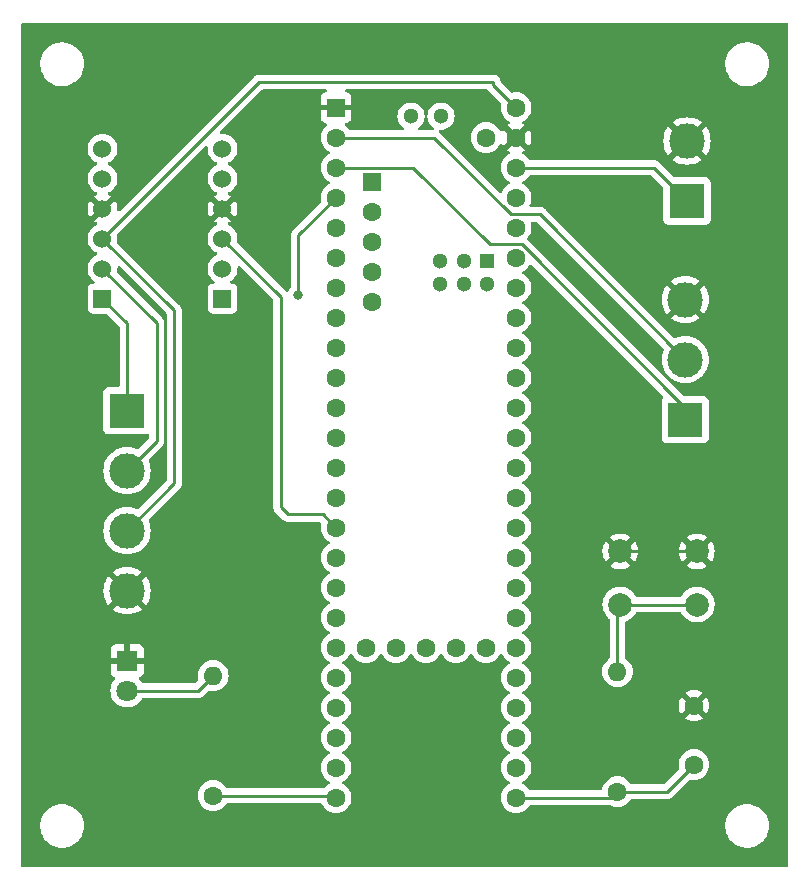
<source format=gbr>
%TF.GenerationSoftware,KiCad,Pcbnew,7.0.7*%
%TF.CreationDate,2023-10-16T12:51:43+02:00*%
%TF.ProjectId,kicad_pendulum_sender1,6b696361-645f-4706-956e-64756c756d5f,1.0*%
%TF.SameCoordinates,Original*%
%TF.FileFunction,Copper,L1,Top*%
%TF.FilePolarity,Positive*%
%FSLAX46Y46*%
G04 Gerber Fmt 4.6, Leading zero omitted, Abs format (unit mm)*
G04 Created by KiCad (PCBNEW 7.0.7) date 2023-10-16 12:51:43*
%MOMM*%
%LPD*%
G01*
G04 APERTURE LIST*
%TA.AperFunction,ComponentPad*%
%ADD10R,3.000000X3.000000*%
%TD*%
%TA.AperFunction,ComponentPad*%
%ADD11C,3.000000*%
%TD*%
%TA.AperFunction,ComponentPad*%
%ADD12C,1.600000*%
%TD*%
%TA.AperFunction,ComponentPad*%
%ADD13C,2.000000*%
%TD*%
%TA.AperFunction,ComponentPad*%
%ADD14O,1.600000X1.600000*%
%TD*%
%TA.AperFunction,ComponentPad*%
%ADD15R,1.800000X1.800000*%
%TD*%
%TA.AperFunction,ComponentPad*%
%ADD16C,1.800000*%
%TD*%
%TA.AperFunction,ComponentPad*%
%ADD17R,1.600000X1.600000*%
%TD*%
%TA.AperFunction,ComponentPad*%
%ADD18R,1.300000X1.300000*%
%TD*%
%TA.AperFunction,ComponentPad*%
%ADD19C,1.300000*%
%TD*%
%TA.AperFunction,ComponentPad*%
%ADD20C,1.524000*%
%TD*%
%TA.AperFunction,ComponentPad*%
%ADD21R,1.524000X1.524000*%
%TD*%
%TA.AperFunction,ViaPad*%
%ADD22C,0.800000*%
%TD*%
%TA.AperFunction,Conductor*%
%ADD23C,0.250000*%
%TD*%
G04 APERTURE END LIST*
D10*
%TO.P,J1,1,Pin_1*%
%TO.N,Net-(J1-Pin_1)*%
X128000000Y-96840000D03*
D11*
%TO.P,J1,2,Pin_2*%
%TO.N,Net-(J1-Pin_2)*%
X128000000Y-101920000D03*
%TO.P,J1,3,Pin_3*%
%TO.N,Net-(J1-Pin_3)*%
X128000000Y-107000000D03*
%TO.P,J1,4,Pin_4*%
%TO.N,GND*%
X128000000Y-112080000D03*
%TD*%
D12*
%TO.P,C1,1*%
%TO.N,Net-(U1-33_MCLK2)*%
X176000000Y-126807600D03*
%TO.P,C1,2*%
%TO.N,GND*%
X176000000Y-121807600D03*
%TD*%
D13*
%TO.P,SW1,1,1*%
%TO.N,Net-(R2-Pad2)*%
X176250000Y-113250000D03*
X169750000Y-113250000D03*
%TO.P,SW1,2,2*%
%TO.N,GND*%
X176250000Y-108750000D03*
X169750000Y-108750000D03*
%TD*%
D10*
%TO.P,J3,1,Pin_1*%
%TO.N,Net-(J3-Pin_1)*%
X175412400Y-79080000D03*
D11*
%TO.P,J3,2,Pin_2*%
%TO.N,GND*%
X175412400Y-74000000D03*
%TD*%
D12*
%TO.P,R2,1*%
%TO.N,Net-(U1-33_MCLK2)*%
X169519600Y-129082800D03*
D14*
%TO.P,R2,2*%
%TO.N,Net-(R2-Pad2)*%
X169519600Y-118922800D03*
%TD*%
D15*
%TO.P,D1,1,K*%
%TO.N,GND*%
X128000000Y-118000000D03*
D16*
%TO.P,D1,2,A*%
%TO.N,Net-(D1-A)*%
X128000000Y-120540000D03*
%TD*%
D17*
%TO.P,U1,1,GND*%
%TO.N,GND*%
X145694400Y-71170800D03*
D12*
%TO.P,U1,2,0_RX1_CRX2_CS1*%
%TO.N,Net-(J2-Pin_2)*%
X145694400Y-73710800D03*
%TO.P,U1,3,1_TX1_CTX2_MISO1*%
%TO.N,Net-(J2-Pin_1)*%
X145694400Y-76250800D03*
%TO.P,U1,4,2_OUT2*%
%TO.N,Net-(U1-2_OUT2)*%
X145694400Y-78790800D03*
%TO.P,U1,5,3_LRCLK2*%
%TO.N,Net-(U1-3_LRCLK2)*%
X145694400Y-81330800D03*
%TO.P,U1,6,4_BCLK2*%
%TO.N,unconnected-(U1-4_BCLK2-Pad6)*%
X145694400Y-83870800D03*
%TO.P,U1,7,5_IN2*%
%TO.N,unconnected-(U1-5_IN2-Pad7)*%
X145694400Y-86410800D03*
%TO.P,U1,8,6_OUT1D*%
%TO.N,unconnected-(U1-6_OUT1D-Pad8)*%
X145694400Y-88950800D03*
%TO.P,U1,9,7_RX2_OUT1A*%
%TO.N,unconnected-(U1-7_RX2_OUT1A-Pad9)*%
X145694400Y-91490800D03*
%TO.P,U1,10,8_TX2_IN1*%
%TO.N,unconnected-(U1-8_TX2_IN1-Pad10)*%
X145694400Y-94030800D03*
%TO.P,U1,11,9_OUT1C*%
%TO.N,unconnected-(U1-9_OUT1C-Pad11)*%
X145694400Y-96570800D03*
%TO.P,U1,12,10_CS_MQSR*%
%TO.N,unconnected-(U1-10_CS_MQSR-Pad12)*%
X145694400Y-99110800D03*
%TO.P,U1,13,11_MOSI_CTX1*%
%TO.N,unconnected-(U1-11_MOSI_CTX1-Pad13)*%
X145694400Y-101650800D03*
%TO.P,U1,14,12_MISO_MQSL*%
%TO.N,unconnected-(U1-12_MISO_MQSL-Pad14)*%
X145694400Y-104190800D03*
%TO.P,U1,15,3V3*%
%TO.N,Net-(U1-3V3-Pad15)*%
X145694400Y-106730800D03*
%TO.P,U1,16,24_A10_TX6_SCL2*%
%TO.N,unconnected-(U1-24_A10_TX6_SCL2-Pad16)*%
X145694400Y-109270800D03*
%TO.P,U1,17,25_A11_RX6_SDA2*%
%TO.N,unconnected-(U1-25_A11_RX6_SDA2-Pad17)*%
X145694400Y-111810800D03*
%TO.P,U1,18,26_A12_MOSI1*%
%TO.N,unconnected-(U1-26_A12_MOSI1-Pad18)*%
X145694400Y-114350800D03*
%TO.P,U1,19,27_A13_SCK1*%
%TO.N,unconnected-(U1-27_A13_SCK1-Pad19)*%
X145694400Y-116890800D03*
%TO.P,U1,20,28_RX7*%
%TO.N,unconnected-(U1-28_RX7-Pad20)*%
X145694400Y-119430800D03*
%TO.P,U1,21,29_TX7*%
%TO.N,unconnected-(U1-29_TX7-Pad21)*%
X145694400Y-121970800D03*
%TO.P,U1,22,30_CRX3*%
%TO.N,unconnected-(U1-30_CRX3-Pad22)*%
X145694400Y-124510800D03*
%TO.P,U1,23,31_CTX3*%
%TO.N,unconnected-(U1-31_CTX3-Pad23)*%
X145694400Y-127050800D03*
%TO.P,U1,24,32_OUT1B*%
%TO.N,Net-(U1-32_OUT1B)*%
X145694400Y-129590800D03*
%TO.P,U1,25,33_MCLK2*%
%TO.N,Net-(U1-33_MCLK2)*%
X160934400Y-129590800D03*
%TO.P,U1,26,34_RX8*%
%TO.N,unconnected-(U1-34_RX8-Pad26)*%
X160934400Y-127050800D03*
%TO.P,U1,27,35_TX8*%
%TO.N,unconnected-(U1-35_TX8-Pad27)*%
X160934400Y-124510800D03*
%TO.P,U1,28,36_CS*%
%TO.N,unconnected-(U1-36_CS-Pad28)*%
X160934400Y-121970800D03*
%TO.P,U1,29,37_CS*%
%TO.N,unconnected-(U1-37_CS-Pad29)*%
X160934400Y-119430800D03*
%TO.P,U1,30,38_CS1_IN1*%
%TO.N,unconnected-(U1-38_CS1_IN1-Pad30)*%
X160934400Y-116890800D03*
%TO.P,U1,31,39_MISO1_OUT1A*%
%TO.N,unconnected-(U1-39_MISO1_OUT1A-Pad31)*%
X160934400Y-114350800D03*
%TO.P,U1,32,40_A16*%
%TO.N,unconnected-(U1-40_A16-Pad32)*%
X160934400Y-111810800D03*
%TO.P,U1,33,41_A17*%
%TO.N,unconnected-(U1-41_A17-Pad33)*%
X160934400Y-109270800D03*
%TO.P,U1,34,GND*%
%TO.N,unconnected-(U1-GND-Pad34)*%
X160934400Y-106730800D03*
%TO.P,U1,35,13_SCK_LED*%
%TO.N,unconnected-(U1-13_SCK_LED-Pad35)*%
X160934400Y-104190800D03*
%TO.P,U1,36,14_A0_TX3_SPDIF_OUT*%
%TO.N,unconnected-(U1-14_A0_TX3_SPDIF_OUT-Pad36)*%
X160934400Y-101650800D03*
%TO.P,U1,37,15_A1_RX3_SPDIF_IN*%
%TO.N,unconnected-(U1-15_A1_RX3_SPDIF_IN-Pad37)*%
X160934400Y-99110800D03*
%TO.P,U1,38,16_A2_RX4_SCL1*%
%TO.N,unconnected-(U1-16_A2_RX4_SCL1-Pad38)*%
X160934400Y-96570800D03*
%TO.P,U1,39,17_A3_TX4_SDA1*%
%TO.N,unconnected-(U1-17_A3_TX4_SDA1-Pad39)*%
X160934400Y-94030800D03*
%TO.P,U1,40,18_A4_SDA*%
%TO.N,unconnected-(U1-18_A4_SDA-Pad40)*%
X160934400Y-91490800D03*
%TO.P,U1,41,19_A5_SCL*%
%TO.N,unconnected-(U1-19_A5_SCL-Pad41)*%
X160934400Y-88950800D03*
%TO.P,U1,42,20_A6_TX5_LRCLK1*%
%TO.N,unconnected-(U1-20_A6_TX5_LRCLK1-Pad42)*%
X160934400Y-86410800D03*
%TO.P,U1,43,21_A7_RX5_BCLK1*%
%TO.N,unconnected-(U1-21_A7_RX5_BCLK1-Pad43)*%
X160934400Y-83870800D03*
%TO.P,U1,44,22_A8_CTX1*%
%TO.N,unconnected-(U1-22_A8_CTX1-Pad44)*%
X160934400Y-81330800D03*
%TO.P,U1,45,23_A9_CRX1_MCLK1*%
%TO.N,unconnected-(U1-23_A9_CRX1_MCLK1-Pad45)*%
X160934400Y-78790800D03*
%TO.P,U1,46,3V3*%
%TO.N,Net-(J3-Pin_1)*%
X160934400Y-76250800D03*
%TO.P,U1,47,GND*%
%TO.N,GND*%
X160934400Y-73710800D03*
%TO.P,U1,48,VIN*%
%TO.N,Net-(J1-Pin_3)*%
X160934400Y-71170800D03*
%TO.P,U1,49,VUSB*%
%TO.N,unconnected-(U1-VUSB-Pad49)*%
X158394400Y-73710800D03*
%TO.P,U1,50,VBAT*%
%TO.N,unconnected-(U1-VBAT-Pad50)*%
X148234400Y-116890800D03*
%TO.P,U1,51,3V3*%
%TO.N,unconnected-(U1-3V3-Pad51)*%
X150774400Y-116890800D03*
%TO.P,U1,52,GND*%
%TO.N,unconnected-(U1-GND-Pad52)*%
X153314400Y-116890800D03*
%TO.P,U1,53,PROGRAM*%
%TO.N,unconnected-(U1-PROGRAM-Pad53)*%
X155854400Y-116890800D03*
%TO.P,U1,54,ON_OFF*%
%TO.N,unconnected-(U1-ON_OFF-Pad54)*%
X158394400Y-116890800D03*
D17*
%TO.P,U1,55,5V*%
%TO.N,unconnected-(U1-5V-Pad55)*%
X148745200Y-77470000D03*
D12*
%TO.P,U1,56,D-*%
%TO.N,unconnected-(U1-D--Pad56)*%
X148745200Y-80010000D03*
%TO.P,U1,57,D+*%
%TO.N,unconnected-(U1-D+-Pad57)*%
X148745200Y-82550000D03*
%TO.P,U1,58,GND*%
%TO.N,unconnected-(U1-GND-Pad58)*%
X148745200Y-85090000D03*
%TO.P,U1,59,GND*%
%TO.N,unconnected-(U1-GND-Pad59)*%
X148745200Y-87630000D03*
D18*
%TO.P,U1,60,R+*%
%TO.N,unconnected-(U1-R+-Pad60)*%
X158496000Y-84140800D03*
D19*
%TO.P,U1,61,LED*%
%TO.N,unconnected-(U1-LED-Pad61)*%
X156496000Y-84140800D03*
%TO.P,U1,62,T-*%
%TO.N,unconnected-(U1-T--Pad62)*%
X154496000Y-84140800D03*
%TO.P,U1,63,T+*%
%TO.N,unconnected-(U1-T+-Pad63)*%
X154496000Y-86140800D03*
%TO.P,U1,64,GND*%
%TO.N,unconnected-(U1-GND-Pad64)*%
X156496000Y-86140800D03*
%TO.P,U1,65,R-*%
%TO.N,unconnected-(U1-R--Pad65)*%
X158496000Y-86140800D03*
%TO.P,U1,66,D-*%
%TO.N,unconnected-(U1-D--Pad66)*%
X154584400Y-71900800D03*
%TO.P,U1,67,D+*%
%TO.N,unconnected-(U1-D+-Pad67)*%
X152044400Y-71900800D03*
%TD*%
D20*
%TO.P,U2,GND_1,GND*%
%TO.N,GND*%
X125920000Y-79730000D03*
%TO.P,U2,GND_2,GND*%
X136080000Y-79730000D03*
%TO.P,U2,HV,HV*%
%TO.N,Net-(J1-Pin_3)*%
X125920000Y-82270000D03*
D21*
%TO.P,U2,HV1,HV1*%
%TO.N,Net-(J1-Pin_1)*%
X125920000Y-87350000D03*
D20*
%TO.P,U2,HV2,HV2*%
%TO.N,Net-(J1-Pin_2)*%
X125920000Y-84810000D03*
%TO.P,U2,HV3,HV3*%
%TO.N,unconnected-(U2-PadHV3)*%
X125920000Y-77190000D03*
%TO.P,U2,HV4,HV4*%
%TO.N,unconnected-(U2-PadHV4)*%
X125920000Y-74650000D03*
%TO.P,U2,LV,LV*%
%TO.N,Net-(U1-3V3-Pad15)*%
X136080000Y-82270000D03*
D21*
%TO.P,U2,LV1,LV1*%
%TO.N,Net-(U1-2_OUT2)*%
X136080000Y-87350000D03*
D20*
%TO.P,U2,LV2,LV2*%
%TO.N,Net-(U1-3_LRCLK2)*%
X136080000Y-84810000D03*
%TO.P,U2,LV3,LV3*%
%TO.N,unconnected-(U2-PadLV3)*%
X136080000Y-77190000D03*
%TO.P,U2,LV4,LV4*%
%TO.N,unconnected-(U2-PadLV4)*%
X136080000Y-74650000D03*
%TD*%
D12*
%TO.P,R1,1*%
%TO.N,Net-(U1-32_OUT1B)*%
X135291600Y-129423600D03*
D14*
%TO.P,R1,2*%
%TO.N,Net-(D1-A)*%
X135291600Y-119263600D03*
%TD*%
D10*
%TO.P,J2,1,Pin_1*%
%TO.N,Net-(J2-Pin_1)*%
X175260000Y-97586800D03*
D11*
%TO.P,J2,2,Pin_2*%
%TO.N,Net-(J2-Pin_2)*%
X175260000Y-92506800D03*
%TO.P,J2,3,Pin_3*%
%TO.N,GND*%
X175260000Y-87426800D03*
%TD*%
D22*
%TO.N,Net-(U1-2_OUT2)*%
X142500000Y-87000000D03*
%TD*%
D23*
%TO.N,Net-(U1-33_MCLK2)*%
X169519600Y-129082800D02*
X173724800Y-129082800D01*
X169011600Y-129590800D02*
X169519600Y-129082800D01*
X160934400Y-129590800D02*
X169011600Y-129590800D01*
X173724800Y-129082800D02*
X176000000Y-126807600D01*
%TO.N,GND*%
X169750000Y-108750000D02*
X176250000Y-108750000D01*
%TO.N,Net-(D1-A)*%
X134015200Y-120540000D02*
X135291600Y-119263600D01*
X128000000Y-120540000D02*
X134015200Y-120540000D01*
%TO.N,Net-(J1-Pin_1)*%
X128000000Y-89430000D02*
X125920000Y-87350000D01*
X128000000Y-96840000D02*
X128000000Y-89430000D01*
%TO.N,Net-(J1-Pin_2)*%
X130500000Y-89390000D02*
X125920000Y-84810000D01*
X128000000Y-101920000D02*
X130500000Y-99420000D01*
X130500000Y-99420000D02*
X130500000Y-89390000D01*
%TO.N,Net-(J1-Pin_3)*%
X128000000Y-107000000D02*
X132000000Y-103000000D01*
X159000000Y-69000000D02*
X159000000Y-69236400D01*
X125920000Y-82270000D02*
X139190000Y-69000000D01*
X139190000Y-69000000D02*
X159000000Y-69000000D01*
X159000000Y-69236400D02*
X160934400Y-71170800D01*
X132000000Y-88350000D02*
X125920000Y-82270000D01*
X132000000Y-103000000D02*
X132000000Y-88350000D01*
%TO.N,Net-(J2-Pin_1)*%
X145694400Y-76250800D02*
X152250800Y-76250800D01*
X152250800Y-76250800D02*
X158745800Y-82745800D01*
X161400391Y-82745800D02*
X175260000Y-96605409D01*
X158745800Y-82745800D02*
X161400391Y-82745800D01*
X175260000Y-96605409D02*
X175260000Y-97586800D01*
%TO.N,Net-(J2-Pin_2)*%
X162959000Y-80205800D02*
X175260000Y-92506800D01*
X145694400Y-73710800D02*
X153973409Y-73710800D01*
X160468409Y-80205800D02*
X162959000Y-80205800D01*
X153973409Y-73710800D02*
X160468409Y-80205800D01*
%TO.N,Net-(J3-Pin_1)*%
X172583200Y-76250800D02*
X175412400Y-79080000D01*
X160934400Y-76250800D02*
X172583200Y-76250800D01*
%TO.N,Net-(U1-32_OUT1B)*%
X145527200Y-129423600D02*
X145694400Y-129590800D01*
X135291600Y-129423600D02*
X145527200Y-129423600D01*
%TO.N,Net-(R2-Pad2)*%
X169519600Y-113480400D02*
X169750000Y-113250000D01*
X169750000Y-113250000D02*
X176250000Y-113250000D01*
X169519600Y-118922800D02*
X169519600Y-113480400D01*
%TO.N,Net-(U1-2_OUT2)*%
X142500000Y-81985200D02*
X145694400Y-78790800D01*
X142500000Y-87000000D02*
X142500000Y-81985200D01*
%TO.N,Net-(U1-3V3-Pad15)*%
X145694400Y-106730800D02*
X144569400Y-105605800D01*
X141000000Y-105000000D02*
X141000000Y-87190000D01*
X144569400Y-105605800D02*
X141605800Y-105605800D01*
X141000000Y-87190000D02*
X136080000Y-82270000D01*
X141605800Y-105605800D02*
X141000000Y-105000000D01*
%TD*%
%TA.AperFunction,Conductor*%
%TO.N,GND*%
G36*
X144881849Y-69645185D02*
G01*
X144927604Y-69697989D01*
X144937548Y-69767147D01*
X144908523Y-69830703D01*
X144849745Y-69868477D01*
X144828066Y-69872789D01*
X144787027Y-69877201D01*
X144787020Y-69877203D01*
X144652313Y-69927445D01*
X144652306Y-69927449D01*
X144537212Y-70013609D01*
X144537209Y-70013612D01*
X144451049Y-70128706D01*
X144451045Y-70128713D01*
X144400803Y-70263420D01*
X144400801Y-70263427D01*
X144394400Y-70322955D01*
X144394400Y-70920800D01*
X145027444Y-70920800D01*
X145094483Y-70940485D01*
X145140238Y-70993289D01*
X145151155Y-71053263D01*
X145150841Y-71057845D01*
X145150841Y-71057847D01*
X145140523Y-71208686D01*
X145153591Y-71271572D01*
X145147957Y-71341214D01*
X145105566Y-71396755D01*
X145039877Y-71420561D01*
X145032184Y-71420800D01*
X144394400Y-71420800D01*
X144394400Y-72018644D01*
X144400801Y-72078172D01*
X144400803Y-72078179D01*
X144451045Y-72212886D01*
X144451049Y-72212893D01*
X144537209Y-72327987D01*
X144537212Y-72327990D01*
X144652306Y-72414150D01*
X144652313Y-72414154D01*
X144787020Y-72464396D01*
X144787027Y-72464398D01*
X144822618Y-72468225D01*
X144887169Y-72494963D01*
X144927018Y-72552355D01*
X144929511Y-72622180D01*
X144893859Y-72682269D01*
X144880488Y-72693087D01*
X144855261Y-72710751D01*
X144694354Y-72871658D01*
X144563832Y-73058065D01*
X144563831Y-73058067D01*
X144467661Y-73264302D01*
X144467658Y-73264311D01*
X144408766Y-73484102D01*
X144408764Y-73484113D01*
X144388932Y-73710798D01*
X144388932Y-73710801D01*
X144408764Y-73937486D01*
X144408766Y-73937497D01*
X144467658Y-74157288D01*
X144467661Y-74157297D01*
X144563831Y-74363532D01*
X144563832Y-74363534D01*
X144694354Y-74549941D01*
X144855258Y-74710845D01*
X144899485Y-74741813D01*
X145041666Y-74841368D01*
X145099081Y-74868141D01*
X145099675Y-74868418D01*
X145152114Y-74914591D01*
X145171266Y-74981784D01*
X145151050Y-75048665D01*
X145099675Y-75093182D01*
X145041667Y-75120231D01*
X145041665Y-75120232D01*
X144855258Y-75250754D01*
X144694354Y-75411658D01*
X144563832Y-75598065D01*
X144563831Y-75598067D01*
X144467661Y-75804302D01*
X144467658Y-75804311D01*
X144408766Y-76024102D01*
X144408764Y-76024113D01*
X144388932Y-76250798D01*
X144388932Y-76250801D01*
X144408764Y-76477486D01*
X144408766Y-76477497D01*
X144467658Y-76697288D01*
X144467661Y-76697297D01*
X144563831Y-76903532D01*
X144563832Y-76903534D01*
X144694354Y-77089941D01*
X144855258Y-77250845D01*
X144855261Y-77250847D01*
X145041666Y-77381368D01*
X145099675Y-77408418D01*
X145152114Y-77454591D01*
X145171266Y-77521784D01*
X145151050Y-77588665D01*
X145099675Y-77633182D01*
X145041667Y-77660231D01*
X145041665Y-77660232D01*
X144855258Y-77790754D01*
X144694354Y-77951658D01*
X144563832Y-78138065D01*
X144563831Y-78138067D01*
X144467661Y-78344302D01*
X144467658Y-78344311D01*
X144408766Y-78564102D01*
X144408764Y-78564113D01*
X144388932Y-78790798D01*
X144388932Y-78790800D01*
X144408764Y-79017486D01*
X144408765Y-79017491D01*
X144408766Y-79017497D01*
X144427080Y-79085848D01*
X144425417Y-79155697D01*
X144394986Y-79205621D01*
X142116208Y-81484399D01*
X142103951Y-81494220D01*
X142104134Y-81494441D01*
X142098123Y-81499413D01*
X142050772Y-81549836D01*
X142029889Y-81570719D01*
X142029877Y-81570732D01*
X142025621Y-81576217D01*
X142021837Y-81580647D01*
X141989937Y-81614618D01*
X141989936Y-81614620D01*
X141980284Y-81632176D01*
X141969610Y-81648426D01*
X141957329Y-81664261D01*
X141957324Y-81664268D01*
X141938815Y-81707038D01*
X141936245Y-81712284D01*
X141913803Y-81753106D01*
X141908822Y-81772507D01*
X141902521Y-81790910D01*
X141894562Y-81809302D01*
X141894561Y-81809305D01*
X141887271Y-81855327D01*
X141886087Y-81861046D01*
X141874501Y-81906172D01*
X141874500Y-81906182D01*
X141874500Y-81926216D01*
X141872973Y-81945615D01*
X141869840Y-81965394D01*
X141869840Y-81965395D01*
X141874225Y-82011783D01*
X141874500Y-82017621D01*
X141874500Y-86301312D01*
X141854815Y-86368351D01*
X141842650Y-86384284D01*
X141767466Y-86467784D01*
X141672821Y-86631715D01*
X141672819Y-86631719D01*
X141651586Y-86697069D01*
X141612148Y-86754744D01*
X141547789Y-86781942D01*
X141478943Y-86770027D01*
X141454618Y-86754296D01*
X141423688Y-86728709D01*
X141419376Y-86724786D01*
X137348386Y-82653795D01*
X137314901Y-82592472D01*
X137316293Y-82534018D01*
X137328069Y-82490072D01*
X137328069Y-82490070D01*
X137328070Y-82490068D01*
X137345079Y-82295652D01*
X137347323Y-82270002D01*
X137347323Y-82269997D01*
X137332757Y-82103504D01*
X137328070Y-82049932D01*
X137270894Y-81836550D01*
X137177534Y-81636339D01*
X137078022Y-81494220D01*
X137050827Y-81455381D01*
X136987828Y-81392382D01*
X136894620Y-81299174D01*
X136894616Y-81299171D01*
X136894615Y-81299170D01*
X136713666Y-81172468D01*
X136713658Y-81172464D01*
X136584219Y-81112106D01*
X136531779Y-81065934D01*
X136512627Y-80998741D01*
X136532843Y-80931859D01*
X136584219Y-80887342D01*
X136713408Y-80827100D01*
X136713420Y-80827093D01*
X136778186Y-80781742D01*
X136778187Y-80781740D01*
X136344884Y-80348437D01*
X136311399Y-80287114D01*
X136316383Y-80217422D01*
X136351362Y-80167043D01*
X136357465Y-80161753D01*
X136357470Y-80161752D01*
X136467869Y-80066090D01*
X136502742Y-80011825D01*
X136555544Y-79966071D01*
X136624702Y-79956127D01*
X136688258Y-79985151D01*
X136694738Y-79991184D01*
X137131741Y-80428187D01*
X137131742Y-80428186D01*
X137177093Y-80363420D01*
X137177100Y-80363408D01*
X137270419Y-80163284D01*
X137270424Y-80163270D01*
X137327573Y-79949986D01*
X137327575Y-79949976D01*
X137346821Y-79730000D01*
X137346821Y-79729999D01*
X137327575Y-79510023D01*
X137327573Y-79510013D01*
X137270424Y-79296729D01*
X137270420Y-79296720D01*
X137177098Y-79096590D01*
X137131740Y-79031811D01*
X136694738Y-79468814D01*
X136633415Y-79502299D01*
X136563723Y-79497315D01*
X136507790Y-79455443D01*
X136502742Y-79448173D01*
X136467870Y-79393911D01*
X136467865Y-79393907D01*
X136425579Y-79357265D01*
X136351361Y-79292954D01*
X136313588Y-79234176D01*
X136313588Y-79164306D01*
X136344884Y-79111561D01*
X136778187Y-78678258D01*
X136713409Y-78632900D01*
X136713407Y-78632899D01*
X136584219Y-78572658D01*
X136531779Y-78526486D01*
X136512627Y-78459293D01*
X136532843Y-78392411D01*
X136584219Y-78347894D01*
X136619972Y-78331222D01*
X136713662Y-78287534D01*
X136894620Y-78160826D01*
X137050826Y-78004620D01*
X137177534Y-77823662D01*
X137270894Y-77623450D01*
X137328070Y-77410068D01*
X137347323Y-77190000D01*
X137328070Y-76969932D01*
X137270894Y-76756550D01*
X137177534Y-76556339D01*
X137050826Y-76375380D01*
X136894620Y-76219174D01*
X136894616Y-76219171D01*
X136894615Y-76219170D01*
X136713666Y-76092468D01*
X136713658Y-76092464D01*
X136584811Y-76032382D01*
X136532371Y-75986210D01*
X136513219Y-75919017D01*
X136533435Y-75852135D01*
X136584811Y-75807618D01*
X136591922Y-75804302D01*
X136713662Y-75747534D01*
X136894620Y-75620826D01*
X137050826Y-75464620D01*
X137177534Y-75283662D01*
X137270894Y-75083450D01*
X137328070Y-74870068D01*
X137344367Y-74683784D01*
X137347323Y-74650002D01*
X137347323Y-74649997D01*
X137336395Y-74525094D01*
X137328070Y-74429932D01*
X137270894Y-74216550D01*
X137177534Y-74016339D01*
X137050826Y-73835380D01*
X136894620Y-73679174D01*
X136894616Y-73679171D01*
X136894615Y-73679170D01*
X136713666Y-73552468D01*
X136713662Y-73552466D01*
X136654514Y-73524885D01*
X136513450Y-73459106D01*
X136513447Y-73459105D01*
X136513445Y-73459104D01*
X136300070Y-73401930D01*
X136300062Y-73401929D01*
X136080002Y-73382677D01*
X136079997Y-73382677D01*
X135994093Y-73390192D01*
X135925594Y-73376425D01*
X135875411Y-73327809D01*
X135859478Y-73259781D01*
X135882854Y-73193937D01*
X135895599Y-73178990D01*
X139412771Y-69661819D01*
X139474095Y-69628334D01*
X139500453Y-69625500D01*
X144814810Y-69625500D01*
X144881849Y-69645185D01*
G37*
%TD.AperFunction*%
%TA.AperFunction,Conductor*%
G36*
X158513888Y-69645185D02*
G01*
X158537241Y-69664616D01*
X158540402Y-69667982D01*
X158540406Y-69667987D01*
X158576309Y-69697688D01*
X158580620Y-69701610D01*
X159142430Y-70263420D01*
X159634986Y-70755976D01*
X159668471Y-70817299D01*
X159667081Y-70875748D01*
X159648765Y-70944107D01*
X159648764Y-70944113D01*
X159628932Y-71170799D01*
X159628932Y-71170801D01*
X159648764Y-71397486D01*
X159648766Y-71397497D01*
X159707658Y-71617288D01*
X159707661Y-71617297D01*
X159803831Y-71823532D01*
X159803832Y-71823534D01*
X159934354Y-72009941D01*
X160095258Y-72170845D01*
X160095261Y-72170847D01*
X160281666Y-72301368D01*
X160340265Y-72328693D01*
X160392705Y-72374865D01*
X160411857Y-72442058D01*
X160391642Y-72508939D01*
X160340267Y-72553457D01*
X160281911Y-72580669D01*
X160208927Y-72631772D01*
X160208926Y-72631773D01*
X160641234Y-73064080D01*
X160674719Y-73125403D01*
X160669735Y-73195094D01*
X160631808Y-73247949D01*
X160528661Y-73331866D01*
X160528660Y-73331867D01*
X160528658Y-73331869D01*
X160478347Y-73403144D01*
X160423605Y-73446561D01*
X160354080Y-73453490D01*
X160291845Y-73421731D01*
X160289362Y-73419316D01*
X159855373Y-72985326D01*
X159855372Y-72985327D01*
X159804269Y-73058311D01*
X159777057Y-73116667D01*
X159730884Y-73169106D01*
X159663690Y-73188257D01*
X159596809Y-73168041D01*
X159552293Y-73116665D01*
X159547022Y-73105362D01*
X159524968Y-73058066D01*
X159394447Y-72871661D01*
X159394445Y-72871658D01*
X159233541Y-72710754D01*
X159047134Y-72580232D01*
X159047132Y-72580231D01*
X158840897Y-72484061D01*
X158840888Y-72484058D01*
X158621097Y-72425166D01*
X158621093Y-72425165D01*
X158621092Y-72425165D01*
X158621091Y-72425164D01*
X158621086Y-72425164D01*
X158394402Y-72405332D01*
X158394398Y-72405332D01*
X158167713Y-72425164D01*
X158167702Y-72425166D01*
X157947911Y-72484058D01*
X157947902Y-72484061D01*
X157741667Y-72580231D01*
X157741665Y-72580232D01*
X157555258Y-72710754D01*
X157394354Y-72871658D01*
X157263832Y-73058065D01*
X157263831Y-73058067D01*
X157167661Y-73264302D01*
X157167658Y-73264311D01*
X157108766Y-73484102D01*
X157108764Y-73484113D01*
X157088932Y-73710798D01*
X157088932Y-73710801D01*
X157108764Y-73937486D01*
X157108766Y-73937497D01*
X157167658Y-74157288D01*
X157167661Y-74157297D01*
X157263831Y-74363532D01*
X157263832Y-74363534D01*
X157394354Y-74549941D01*
X157555258Y-74710845D01*
X157599485Y-74741813D01*
X157741666Y-74841368D01*
X157947904Y-74937539D01*
X158167708Y-74996435D01*
X158329630Y-75010601D01*
X158394398Y-75016268D01*
X158394400Y-75016268D01*
X158394402Y-75016268D01*
X158451073Y-75011309D01*
X158621092Y-74996435D01*
X158840896Y-74937539D01*
X159047134Y-74841368D01*
X159233539Y-74710847D01*
X159394447Y-74549939D01*
X159524968Y-74363534D01*
X159552295Y-74304929D01*
X159598464Y-74252495D01*
X159665657Y-74233342D01*
X159732539Y-74253557D01*
X159777057Y-74304933D01*
X159804265Y-74363281D01*
X159804266Y-74363283D01*
X159855373Y-74436271D01*
X159855373Y-74436272D01*
X160285881Y-74005763D01*
X160347204Y-73972278D01*
X160416895Y-73977262D01*
X160472829Y-74019133D01*
X160475914Y-74024049D01*
X160475949Y-74024025D01*
X160480841Y-74030956D01*
X160576024Y-74132871D01*
X160584038Y-74141452D01*
X160619098Y-74162773D01*
X160666149Y-74214423D01*
X160677807Y-74283313D01*
X160650370Y-74347570D01*
X160642350Y-74356401D01*
X160208926Y-74789825D01*
X160208926Y-74789826D01*
X160281912Y-74840931D01*
X160281920Y-74840935D01*
X160340265Y-74868142D01*
X160392705Y-74914314D01*
X160411857Y-74981507D01*
X160391642Y-75048389D01*
X160340267Y-75092905D01*
X160281668Y-75120231D01*
X160281664Y-75120233D01*
X160095258Y-75250754D01*
X159934354Y-75411658D01*
X159803832Y-75598065D01*
X159803831Y-75598067D01*
X159707661Y-75804302D01*
X159707658Y-75804311D01*
X159648766Y-76024102D01*
X159648764Y-76024113D01*
X159628932Y-76250798D01*
X159628932Y-76250801D01*
X159648764Y-76477486D01*
X159648766Y-76477497D01*
X159707658Y-76697288D01*
X159707661Y-76697297D01*
X159803831Y-76903532D01*
X159803832Y-76903534D01*
X159934354Y-77089941D01*
X160095258Y-77250845D01*
X160095261Y-77250847D01*
X160281666Y-77381368D01*
X160339675Y-77408418D01*
X160392114Y-77454591D01*
X160411266Y-77521784D01*
X160391050Y-77588665D01*
X160339675Y-77633182D01*
X160281667Y-77660231D01*
X160281665Y-77660232D01*
X160095258Y-77790754D01*
X159934354Y-77951658D01*
X159803832Y-78138065D01*
X159803831Y-78138067D01*
X159713761Y-78331222D01*
X159667588Y-78383661D01*
X159600395Y-78402813D01*
X159533514Y-78382597D01*
X159513698Y-78366498D01*
X154474212Y-73327012D01*
X154464389Y-73314750D01*
X154464168Y-73314934D01*
X154459195Y-73308923D01*
X154413158Y-73265691D01*
X154377765Y-73205451D01*
X154380557Y-73135637D01*
X154420651Y-73078416D01*
X154485316Y-73051955D01*
X154498043Y-73051300D01*
X154691008Y-73051300D01*
X154691010Y-73051300D01*
X154900598Y-73012121D01*
X155099419Y-72935098D01*
X155280702Y-72822852D01*
X155438272Y-72679207D01*
X155566766Y-72509055D01*
X155589003Y-72464396D01*
X155661803Y-72318194D01*
X155661803Y-72318193D01*
X155661805Y-72318189D01*
X155720156Y-72113110D01*
X155739829Y-71900800D01*
X155720156Y-71688490D01*
X155661805Y-71483411D01*
X155661803Y-71483406D01*
X155661803Y-71483405D01*
X155566767Y-71292546D01*
X155438272Y-71122393D01*
X155280702Y-70978748D01*
X155099419Y-70866502D01*
X155099417Y-70866501D01*
X154944790Y-70806599D01*
X154900598Y-70789479D01*
X154691010Y-70750300D01*
X154477790Y-70750300D01*
X154268202Y-70789479D01*
X154268199Y-70789479D01*
X154268199Y-70789480D01*
X154069382Y-70866501D01*
X154069380Y-70866502D01*
X153888099Y-70978747D01*
X153730527Y-71122393D01*
X153602032Y-71292546D01*
X153506996Y-71483405D01*
X153506996Y-71483407D01*
X153448644Y-71688489D01*
X153437871Y-71804751D01*
X153412085Y-71869688D01*
X153367530Y-71901604D01*
X153403903Y-71922468D01*
X153436093Y-71984481D01*
X153437871Y-71996848D01*
X153448644Y-72113110D01*
X153506996Y-72318192D01*
X153506996Y-72318194D01*
X153602032Y-72509053D01*
X153694706Y-72631772D01*
X153730528Y-72679207D01*
X153888098Y-72822852D01*
X153941429Y-72855873D01*
X153988064Y-72907901D01*
X153999168Y-72976883D01*
X153971215Y-73040917D01*
X153913080Y-73079673D01*
X153876151Y-73085300D01*
X152752649Y-73085300D01*
X152685610Y-73065615D01*
X152639855Y-73012811D01*
X152629911Y-72943653D01*
X152658936Y-72880097D01*
X152687371Y-72855873D01*
X152740702Y-72822852D01*
X152898272Y-72679207D01*
X153026766Y-72509055D01*
X153049003Y-72464396D01*
X153121803Y-72318194D01*
X153121803Y-72318193D01*
X153121805Y-72318189D01*
X153180156Y-72113110D01*
X153190929Y-71996847D01*
X153216715Y-71931911D01*
X153261269Y-71899994D01*
X153224897Y-71879131D01*
X153192707Y-71817118D01*
X153190929Y-71804751D01*
X153190249Y-71797413D01*
X153180156Y-71688490D01*
X153121805Y-71483411D01*
X153121803Y-71483406D01*
X153121803Y-71483405D01*
X153026767Y-71292546D01*
X152898272Y-71122393D01*
X152740702Y-70978748D01*
X152559419Y-70866502D01*
X152559417Y-70866501D01*
X152404790Y-70806599D01*
X152360598Y-70789479D01*
X152151010Y-70750300D01*
X151937790Y-70750300D01*
X151728202Y-70789479D01*
X151728199Y-70789479D01*
X151728199Y-70789480D01*
X151529382Y-70866501D01*
X151529380Y-70866502D01*
X151348099Y-70978747D01*
X151190527Y-71122393D01*
X151062032Y-71292546D01*
X150966996Y-71483405D01*
X150966996Y-71483407D01*
X150908644Y-71688489D01*
X150888971Y-71900799D01*
X150888971Y-71900800D01*
X150908644Y-72113110D01*
X150966996Y-72318192D01*
X150966996Y-72318194D01*
X151062032Y-72509053D01*
X151154706Y-72631772D01*
X151190528Y-72679207D01*
X151348098Y-72822852D01*
X151401429Y-72855873D01*
X151448064Y-72907901D01*
X151459168Y-72976883D01*
X151431215Y-73040917D01*
X151373080Y-73079673D01*
X151336151Y-73085300D01*
X146908588Y-73085300D01*
X146841549Y-73065615D01*
X146807013Y-73032423D01*
X146694445Y-72871658D01*
X146533543Y-72710756D01*
X146508312Y-72693089D01*
X146464687Y-72638512D01*
X146457495Y-72569013D01*
X146489017Y-72506659D01*
X146549247Y-72471245D01*
X146566181Y-72468224D01*
X146601780Y-72464396D01*
X146736486Y-72414154D01*
X146736493Y-72414150D01*
X146851587Y-72327990D01*
X146851590Y-72327987D01*
X146937750Y-72212893D01*
X146937754Y-72212886D01*
X146987996Y-72078179D01*
X146987998Y-72078172D01*
X146994399Y-72018644D01*
X146994400Y-72018627D01*
X146994400Y-71420800D01*
X146361356Y-71420800D01*
X146294317Y-71401115D01*
X146248562Y-71348311D01*
X146237645Y-71288337D01*
X146238792Y-71271572D01*
X146248277Y-71132914D01*
X146235209Y-71070027D01*
X146240843Y-71000386D01*
X146283234Y-70944845D01*
X146348923Y-70921039D01*
X146356616Y-70920800D01*
X146994400Y-70920800D01*
X146994400Y-70322972D01*
X146994399Y-70322955D01*
X146987998Y-70263427D01*
X146987996Y-70263420D01*
X146937754Y-70128713D01*
X146937750Y-70128706D01*
X146851590Y-70013612D01*
X146851587Y-70013609D01*
X146736493Y-69927449D01*
X146736486Y-69927445D01*
X146601779Y-69877203D01*
X146601772Y-69877201D01*
X146560734Y-69872789D01*
X146496183Y-69846051D01*
X146456335Y-69788658D01*
X146453842Y-69718833D01*
X146489495Y-69658744D01*
X146551975Y-69627470D01*
X146573990Y-69625500D01*
X158446849Y-69625500D01*
X158513888Y-69645185D01*
G37*
%TD.AperFunction*%
%TA.AperFunction,Conductor*%
G36*
X183942539Y-64020185D02*
G01*
X183988294Y-64072989D01*
X183999500Y-64124500D01*
X183999500Y-135375500D01*
X183979815Y-135442539D01*
X183927011Y-135488294D01*
X183875500Y-135499500D01*
X119124500Y-135499500D01*
X119057461Y-135479815D01*
X119011706Y-135427011D01*
X119000500Y-135375500D01*
X119000500Y-132067763D01*
X120645787Y-132067763D01*
X120675413Y-132337013D01*
X120675415Y-132337024D01*
X120743926Y-132599082D01*
X120743928Y-132599088D01*
X120849870Y-132848390D01*
X120921998Y-132966575D01*
X120990979Y-133079605D01*
X120990986Y-133079615D01*
X121164253Y-133287819D01*
X121164259Y-133287824D01*
X121365998Y-133468582D01*
X121591910Y-133618044D01*
X121837176Y-133733020D01*
X121837183Y-133733022D01*
X121837185Y-133733023D01*
X122096557Y-133811057D01*
X122096564Y-133811058D01*
X122096569Y-133811060D01*
X122364561Y-133850500D01*
X122364566Y-133850500D01*
X122567636Y-133850500D01*
X122619133Y-133846730D01*
X122770156Y-133835677D01*
X122882758Y-133810593D01*
X123034546Y-133776782D01*
X123034548Y-133776781D01*
X123034553Y-133776780D01*
X123287558Y-133680014D01*
X123523777Y-133547441D01*
X123738177Y-133381888D01*
X123926186Y-133186881D01*
X124083799Y-132966579D01*
X124157787Y-132822669D01*
X124207649Y-132725690D01*
X124207651Y-132725684D01*
X124207656Y-132725675D01*
X124295118Y-132469305D01*
X124344319Y-132202933D01*
X124349259Y-132067763D01*
X178645787Y-132067763D01*
X178675413Y-132337013D01*
X178675415Y-132337024D01*
X178743926Y-132599082D01*
X178743928Y-132599088D01*
X178849870Y-132848390D01*
X178921998Y-132966575D01*
X178990979Y-133079605D01*
X178990986Y-133079615D01*
X179164253Y-133287819D01*
X179164259Y-133287824D01*
X179365998Y-133468582D01*
X179591910Y-133618044D01*
X179837176Y-133733020D01*
X179837183Y-133733022D01*
X179837185Y-133733023D01*
X180096557Y-133811057D01*
X180096564Y-133811058D01*
X180096569Y-133811060D01*
X180364561Y-133850500D01*
X180364566Y-133850500D01*
X180567636Y-133850500D01*
X180619133Y-133846730D01*
X180770156Y-133835677D01*
X180882758Y-133810593D01*
X181034546Y-133776782D01*
X181034548Y-133776781D01*
X181034553Y-133776780D01*
X181287558Y-133680014D01*
X181523777Y-133547441D01*
X181738177Y-133381888D01*
X181926186Y-133186881D01*
X182083799Y-132966579D01*
X182157787Y-132822669D01*
X182207649Y-132725690D01*
X182207651Y-132725684D01*
X182207656Y-132725675D01*
X182295118Y-132469305D01*
X182344319Y-132202933D01*
X182354212Y-131932235D01*
X182324586Y-131662982D01*
X182256072Y-131400912D01*
X182150130Y-131151610D01*
X182009018Y-130920390D01*
X181923427Y-130817541D01*
X181835746Y-130712180D01*
X181835740Y-130712175D01*
X181634002Y-130531418D01*
X181408092Y-130381957D01*
X181379243Y-130368433D01*
X181162824Y-130266980D01*
X181162819Y-130266978D01*
X181162814Y-130266976D01*
X180903442Y-130188942D01*
X180903428Y-130188939D01*
X180787791Y-130171921D01*
X180635439Y-130149500D01*
X180432369Y-130149500D01*
X180432364Y-130149500D01*
X180229844Y-130164323D01*
X180229831Y-130164325D01*
X179965453Y-130223217D01*
X179965446Y-130223220D01*
X179712439Y-130319987D01*
X179476226Y-130452557D01*
X179261822Y-130618112D01*
X179073822Y-130813109D01*
X179073816Y-130813116D01*
X178916202Y-131033419D01*
X178916199Y-131033424D01*
X178792350Y-131274309D01*
X178792343Y-131274327D01*
X178704884Y-131530685D01*
X178704881Y-131530699D01*
X178655681Y-131797068D01*
X178655680Y-131797075D01*
X178645787Y-132067763D01*
X124349259Y-132067763D01*
X124354212Y-131932235D01*
X124324586Y-131662982D01*
X124256072Y-131400912D01*
X124150130Y-131151610D01*
X124009018Y-130920390D01*
X123923427Y-130817541D01*
X123835746Y-130712180D01*
X123835740Y-130712175D01*
X123634002Y-130531418D01*
X123408092Y-130381957D01*
X123379243Y-130368433D01*
X123162824Y-130266980D01*
X123162819Y-130266978D01*
X123162814Y-130266976D01*
X122903442Y-130188942D01*
X122903428Y-130188939D01*
X122787791Y-130171921D01*
X122635439Y-130149500D01*
X122432369Y-130149500D01*
X122432364Y-130149500D01*
X122229844Y-130164323D01*
X122229831Y-130164325D01*
X121965453Y-130223217D01*
X121965446Y-130223220D01*
X121712439Y-130319987D01*
X121476226Y-130452557D01*
X121261822Y-130618112D01*
X121073822Y-130813109D01*
X121073816Y-130813116D01*
X120916202Y-131033419D01*
X120916199Y-131033424D01*
X120792350Y-131274309D01*
X120792343Y-131274327D01*
X120704884Y-131530685D01*
X120704881Y-131530699D01*
X120655681Y-131797068D01*
X120655680Y-131797075D01*
X120645787Y-132067763D01*
X119000500Y-132067763D01*
X119000500Y-120540006D01*
X126594700Y-120540006D01*
X126613864Y-120771297D01*
X126613866Y-120771308D01*
X126670842Y-120996300D01*
X126764075Y-121208848D01*
X126891016Y-121403147D01*
X126891019Y-121403151D01*
X126891021Y-121403153D01*
X127048216Y-121573913D01*
X127048219Y-121573915D01*
X127048222Y-121573918D01*
X127231365Y-121716464D01*
X127231371Y-121716468D01*
X127231374Y-121716470D01*
X127435497Y-121826936D01*
X127549487Y-121866068D01*
X127655015Y-121902297D01*
X127655017Y-121902297D01*
X127655019Y-121902298D01*
X127883951Y-121940500D01*
X127883952Y-121940500D01*
X128116048Y-121940500D01*
X128116049Y-121940500D01*
X128344981Y-121902298D01*
X128564503Y-121826936D01*
X128768626Y-121716470D01*
X128951784Y-121573913D01*
X129108979Y-121403153D01*
X129155790Y-121331503D01*
X129227542Y-121221679D01*
X129280689Y-121176322D01*
X129331351Y-121165500D01*
X133932457Y-121165500D01*
X133948077Y-121167224D01*
X133948104Y-121166939D01*
X133955860Y-121167671D01*
X133955867Y-121167673D01*
X134025014Y-121165500D01*
X134054550Y-121165500D01*
X134061428Y-121164630D01*
X134067241Y-121164172D01*
X134113827Y-121162709D01*
X134133069Y-121157117D01*
X134152112Y-121153174D01*
X134171992Y-121150664D01*
X134215322Y-121133507D01*
X134220846Y-121131617D01*
X134224596Y-121130527D01*
X134265590Y-121118618D01*
X134282829Y-121108422D01*
X134300303Y-121099862D01*
X134318927Y-121092488D01*
X134318927Y-121092487D01*
X134318932Y-121092486D01*
X134356649Y-121065082D01*
X134361505Y-121061892D01*
X134401620Y-121038170D01*
X134415789Y-121023999D01*
X134430579Y-121011368D01*
X134446787Y-120999594D01*
X134476499Y-120963676D01*
X134480412Y-120959376D01*
X134876778Y-120563010D01*
X134938100Y-120529527D01*
X134996547Y-120530917D01*
X135064908Y-120549235D01*
X135203589Y-120561368D01*
X135291598Y-120569068D01*
X135291600Y-120569068D01*
X135291602Y-120569068D01*
X135360820Y-120563012D01*
X135518292Y-120549235D01*
X135738096Y-120490339D01*
X135944334Y-120394168D01*
X136130739Y-120263647D01*
X136291647Y-120102739D01*
X136422168Y-119916334D01*
X136518339Y-119710096D01*
X136577235Y-119490292D01*
X136597068Y-119263600D01*
X136577235Y-119036908D01*
X136518339Y-118817104D01*
X136422168Y-118610866D01*
X136291647Y-118424461D01*
X136291645Y-118424458D01*
X136130741Y-118263554D01*
X135944334Y-118133032D01*
X135944332Y-118133031D01*
X135738097Y-118036861D01*
X135738088Y-118036858D01*
X135518297Y-117977966D01*
X135518293Y-117977965D01*
X135518292Y-117977965D01*
X135518291Y-117977964D01*
X135518286Y-117977964D01*
X135291602Y-117958132D01*
X135291598Y-117958132D01*
X135064913Y-117977964D01*
X135064902Y-117977966D01*
X134845111Y-118036858D01*
X134845102Y-118036861D01*
X134638867Y-118133031D01*
X134638865Y-118133032D01*
X134452458Y-118263554D01*
X134291554Y-118424458D01*
X134161032Y-118610865D01*
X134161031Y-118610867D01*
X134064861Y-118817102D01*
X134064858Y-118817111D01*
X134005966Y-119036902D01*
X134005964Y-119036913D01*
X133993647Y-119177702D01*
X133986132Y-119263600D01*
X134005964Y-119490286D01*
X134005965Y-119490291D01*
X134005966Y-119490297D01*
X134024280Y-119558648D01*
X134022617Y-119628497D01*
X133992186Y-119678421D01*
X133792426Y-119878182D01*
X133731106Y-119911666D01*
X133704747Y-119914500D01*
X129331351Y-119914500D01*
X129264312Y-119894815D01*
X129227542Y-119858321D01*
X129108981Y-119676849D01*
X129013832Y-119573489D01*
X128982910Y-119510835D01*
X128990770Y-119441409D01*
X129034918Y-119387253D01*
X129061730Y-119373325D01*
X129142084Y-119343355D01*
X129142093Y-119343350D01*
X129257187Y-119257190D01*
X129257190Y-119257187D01*
X129343350Y-119142093D01*
X129343354Y-119142086D01*
X129393596Y-119007379D01*
X129393598Y-119007372D01*
X129399999Y-118947844D01*
X129400000Y-118947827D01*
X129400000Y-118250000D01*
X128560003Y-118250000D01*
X128492964Y-118230315D01*
X128447209Y-118177511D01*
X128437265Y-118108353D01*
X128439112Y-118098408D01*
X128453159Y-118036861D01*
X128453810Y-118034008D01*
X128452863Y-118021367D01*
X128442979Y-117889468D01*
X128445079Y-117889310D01*
X128448595Y-117831861D01*
X128489890Y-117775501D01*
X128555101Y-117750413D01*
X128565216Y-117750000D01*
X129400000Y-117750000D01*
X129400000Y-117052172D01*
X129399999Y-117052155D01*
X129393598Y-116992627D01*
X129393596Y-116992620D01*
X129343354Y-116857913D01*
X129343350Y-116857906D01*
X129257190Y-116742812D01*
X129257187Y-116742809D01*
X129142093Y-116656649D01*
X129142086Y-116656645D01*
X129007379Y-116606403D01*
X129007372Y-116606401D01*
X128947844Y-116600000D01*
X128250000Y-116600000D01*
X128250000Y-117438178D01*
X128230315Y-117505217D01*
X128177511Y-117550972D01*
X128108353Y-117560916D01*
X128089454Y-117556670D01*
X128067829Y-117550000D01*
X128067827Y-117550000D01*
X127966276Y-117550000D01*
X127966266Y-117550000D01*
X127892479Y-117561122D01*
X127823255Y-117551649D01*
X127770141Y-117506254D01*
X127750002Y-117439349D01*
X127749999Y-117438507D01*
X127750000Y-116600000D01*
X127052155Y-116600000D01*
X126992627Y-116606401D01*
X126992620Y-116606403D01*
X126857913Y-116656645D01*
X126857906Y-116656649D01*
X126742812Y-116742809D01*
X126742809Y-116742812D01*
X126656649Y-116857906D01*
X126656645Y-116857913D01*
X126606403Y-116992620D01*
X126606401Y-116992627D01*
X126600000Y-117052155D01*
X126600000Y-117750000D01*
X127439997Y-117750000D01*
X127507036Y-117769685D01*
X127552791Y-117822489D01*
X127562735Y-117891647D01*
X127560888Y-117901592D01*
X127546189Y-117965992D01*
X127546189Y-117965993D01*
X127557021Y-118110532D01*
X127554920Y-118110689D01*
X127551405Y-118168139D01*
X127510110Y-118224499D01*
X127444899Y-118249587D01*
X127434784Y-118250000D01*
X126600000Y-118250000D01*
X126600000Y-118947844D01*
X126606401Y-119007372D01*
X126606403Y-119007379D01*
X126656645Y-119142086D01*
X126656649Y-119142093D01*
X126742809Y-119257187D01*
X126742812Y-119257190D01*
X126857906Y-119343350D01*
X126857913Y-119343354D01*
X126938270Y-119373325D01*
X126994204Y-119415196D01*
X127018621Y-119480660D01*
X127003770Y-119548933D01*
X126986168Y-119573489D01*
X126948295Y-119614629D01*
X126891021Y-119676847D01*
X126891019Y-119676848D01*
X126891016Y-119676853D01*
X126764075Y-119871151D01*
X126670842Y-120083699D01*
X126613866Y-120308691D01*
X126613864Y-120308702D01*
X126594700Y-120539993D01*
X126594700Y-120540006D01*
X119000500Y-120540006D01*
X119000500Y-112080001D01*
X125994891Y-112080001D01*
X126015300Y-112365362D01*
X126076109Y-112644895D01*
X126176091Y-112912958D01*
X126313191Y-113164038D01*
X126313196Y-113164046D01*
X126419882Y-113306561D01*
X126419883Y-113306562D01*
X127204520Y-112521924D01*
X127265843Y-112488439D01*
X127335534Y-112493423D01*
X127391468Y-112535294D01*
X127391664Y-112535557D01*
X127443433Y-112605094D01*
X127549125Y-112693781D01*
X127587827Y-112751952D01*
X127588935Y-112821813D01*
X127557100Y-112876451D01*
X126773436Y-113660114D01*
X126773436Y-113660115D01*
X126915960Y-113766807D01*
X126915961Y-113766808D01*
X127167042Y-113903908D01*
X127167041Y-113903908D01*
X127435104Y-114003890D01*
X127714637Y-114064699D01*
X127999999Y-114085109D01*
X128000001Y-114085109D01*
X128285362Y-114064699D01*
X128564895Y-114003890D01*
X128832958Y-113903908D01*
X129084047Y-113766803D01*
X129226561Y-113660116D01*
X129226562Y-113660115D01*
X128443095Y-112876648D01*
X128409610Y-112815325D01*
X128414594Y-112745633D01*
X128456466Y-112689700D01*
X128462638Y-112685366D01*
X128491844Y-112666157D01*
X128613764Y-112536930D01*
X128613764Y-112536929D01*
X128618720Y-112531677D01*
X128620222Y-112533094D01*
X128667836Y-112497243D01*
X128737514Y-112492063D01*
X128798931Y-112525377D01*
X128799176Y-112525622D01*
X129580115Y-113306562D01*
X129580116Y-113306561D01*
X129686803Y-113164047D01*
X129823908Y-112912958D01*
X129923890Y-112644895D01*
X129984699Y-112365362D01*
X130005108Y-112080001D01*
X130005108Y-112079998D01*
X129984699Y-111794637D01*
X129923890Y-111515104D01*
X129823908Y-111247041D01*
X129686808Y-110995961D01*
X129686807Y-110995960D01*
X129580115Y-110853436D01*
X128795478Y-111638074D01*
X128734155Y-111671559D01*
X128664463Y-111666575D01*
X128608530Y-111624703D01*
X128608334Y-111624441D01*
X128556566Y-111554905D01*
X128509133Y-111515104D01*
X128450871Y-111466215D01*
X128412170Y-111408046D01*
X128411062Y-111338185D01*
X128442897Y-111283547D01*
X129226562Y-110499883D01*
X129226561Y-110499882D01*
X129084046Y-110393196D01*
X129084038Y-110393191D01*
X128832957Y-110256091D01*
X128832958Y-110256091D01*
X128564895Y-110156109D01*
X128285362Y-110095300D01*
X128000001Y-110074891D01*
X127999999Y-110074891D01*
X127714637Y-110095300D01*
X127435104Y-110156109D01*
X127167041Y-110256091D01*
X126915961Y-110393191D01*
X126915953Y-110393196D01*
X126773436Y-110499882D01*
X126773436Y-110499883D01*
X127556904Y-111283351D01*
X127590389Y-111344674D01*
X127585405Y-111414366D01*
X127543533Y-111470299D01*
X127537365Y-111474631D01*
X127508155Y-111493843D01*
X127381280Y-111628323D01*
X127379782Y-111626910D01*
X127332125Y-111662770D01*
X127262446Y-111667927D01*
X127201040Y-111634594D01*
X127200823Y-111634377D01*
X126419883Y-110853436D01*
X126419882Y-110853437D01*
X126313196Y-110995953D01*
X126313191Y-110995961D01*
X126176091Y-111247041D01*
X126076109Y-111515104D01*
X126015300Y-111794637D01*
X125994891Y-112079998D01*
X125994891Y-112080001D01*
X119000500Y-112080001D01*
X119000500Y-84810002D01*
X124652677Y-84810002D01*
X124671929Y-85030062D01*
X124671930Y-85030070D01*
X124729104Y-85243445D01*
X124729105Y-85243447D01*
X124729106Y-85243450D01*
X124784569Y-85362391D01*
X124822466Y-85443662D01*
X124822468Y-85443666D01*
X124933959Y-85602891D01*
X124949174Y-85624620D01*
X125105380Y-85780826D01*
X125199432Y-85846682D01*
X125221202Y-85861925D01*
X125264827Y-85916502D01*
X125272021Y-85986000D01*
X125240498Y-86048355D01*
X125180269Y-86083769D01*
X125150082Y-86087500D01*
X125110131Y-86087500D01*
X125110123Y-86087501D01*
X125050516Y-86093908D01*
X124915671Y-86144202D01*
X124915664Y-86144206D01*
X124800455Y-86230452D01*
X124800452Y-86230455D01*
X124714206Y-86345664D01*
X124714202Y-86345671D01*
X124663908Y-86480517D01*
X124661875Y-86499432D01*
X124657501Y-86540123D01*
X124657500Y-86540135D01*
X124657500Y-88159870D01*
X124657501Y-88159876D01*
X124663908Y-88219483D01*
X124714202Y-88354328D01*
X124714206Y-88354335D01*
X124800452Y-88469544D01*
X124800455Y-88469547D01*
X124915664Y-88555793D01*
X124915671Y-88555797D01*
X125050517Y-88606091D01*
X125050516Y-88606091D01*
X125057444Y-88606835D01*
X125110127Y-88612500D01*
X126246546Y-88612499D01*
X126313585Y-88632184D01*
X126334227Y-88648818D01*
X127338181Y-89652771D01*
X127371666Y-89714094D01*
X127374500Y-89740452D01*
X127374500Y-94715500D01*
X127354815Y-94782539D01*
X127302011Y-94828294D01*
X127250500Y-94839500D01*
X126452129Y-94839500D01*
X126452123Y-94839501D01*
X126392516Y-94845908D01*
X126257671Y-94896202D01*
X126257664Y-94896206D01*
X126142455Y-94982452D01*
X126142452Y-94982455D01*
X126056206Y-95097664D01*
X126056202Y-95097671D01*
X126005908Y-95232517D01*
X125999501Y-95292116D01*
X125999500Y-95292135D01*
X125999500Y-98387870D01*
X125999501Y-98387876D01*
X126005908Y-98447483D01*
X126056202Y-98582328D01*
X126056206Y-98582335D01*
X126142452Y-98697544D01*
X126142455Y-98697547D01*
X126257664Y-98783793D01*
X126257671Y-98783797D01*
X126392517Y-98834091D01*
X126392516Y-98834091D01*
X126399444Y-98834835D01*
X126452127Y-98840500D01*
X129547872Y-98840499D01*
X129607483Y-98834091D01*
X129707168Y-98796910D01*
X129776858Y-98791927D01*
X129838181Y-98825412D01*
X129871666Y-98886735D01*
X129874500Y-98913093D01*
X129874500Y-99109546D01*
X129854815Y-99176585D01*
X129838181Y-99197227D01*
X128967162Y-100068246D01*
X128905839Y-100101731D01*
X128836148Y-100096747D01*
X128759734Y-100068246D01*
X128565046Y-99995631D01*
X128565042Y-99995630D01*
X128565039Y-99995629D01*
X128285433Y-99934804D01*
X128000001Y-99914390D01*
X127999999Y-99914390D01*
X127714566Y-99934804D01*
X127434962Y-99995628D01*
X127166833Y-100095635D01*
X126915690Y-100232770D01*
X126915682Y-100232775D01*
X126686612Y-100404254D01*
X126686594Y-100404270D01*
X126484270Y-100606594D01*
X126484254Y-100606612D01*
X126312775Y-100835682D01*
X126312770Y-100835690D01*
X126175635Y-101086833D01*
X126075628Y-101354962D01*
X126014804Y-101634566D01*
X125994390Y-101919998D01*
X125994390Y-101920001D01*
X126014804Y-102205433D01*
X126075628Y-102485037D01*
X126175635Y-102753166D01*
X126312770Y-103004309D01*
X126312775Y-103004317D01*
X126484254Y-103233387D01*
X126484270Y-103233405D01*
X126686594Y-103435729D01*
X126686612Y-103435745D01*
X126915682Y-103607224D01*
X126915690Y-103607229D01*
X127166833Y-103744364D01*
X127166832Y-103744364D01*
X127166836Y-103744365D01*
X127166839Y-103744367D01*
X127434954Y-103844369D01*
X127434960Y-103844370D01*
X127434962Y-103844371D01*
X127714566Y-103905195D01*
X127714568Y-103905195D01*
X127714572Y-103905196D01*
X127968220Y-103923337D01*
X127999999Y-103925610D01*
X128000000Y-103925610D01*
X128000001Y-103925610D01*
X128028595Y-103923564D01*
X128285428Y-103905196D01*
X128565046Y-103844369D01*
X128833161Y-103744367D01*
X129084315Y-103607226D01*
X129313395Y-103435739D01*
X129515739Y-103233395D01*
X129687226Y-103004315D01*
X129824367Y-102753161D01*
X129924369Y-102485046D01*
X129985196Y-102205428D01*
X130005610Y-101920000D01*
X129985196Y-101634572D01*
X129939412Y-101424108D01*
X129924371Y-101354962D01*
X129924370Y-101354960D01*
X129924369Y-101354954D01*
X129824367Y-101086839D01*
X129824364Y-101086833D01*
X129823252Y-101083851D01*
X129818268Y-101014159D01*
X129851753Y-100952836D01*
X130311407Y-100493182D01*
X130883787Y-99920802D01*
X130896042Y-99910986D01*
X130895859Y-99910764D01*
X130901866Y-99905792D01*
X130901877Y-99905786D01*
X130932775Y-99872882D01*
X130949227Y-99855364D01*
X130959671Y-99844918D01*
X130970120Y-99834471D01*
X130974379Y-99828978D01*
X130978152Y-99824561D01*
X131010062Y-99790582D01*
X131019715Y-99773020D01*
X131030389Y-99756770D01*
X131042673Y-99740936D01*
X131061180Y-99698167D01*
X131063749Y-99692924D01*
X131086196Y-99652093D01*
X131086197Y-99652092D01*
X131091177Y-99632691D01*
X131097478Y-99614288D01*
X131105438Y-99595896D01*
X131112730Y-99549849D01*
X131113911Y-99544152D01*
X131125500Y-99499019D01*
X131125500Y-99478982D01*
X131127027Y-99459583D01*
X131128027Y-99453270D01*
X131135813Y-99436845D01*
X131131523Y-99430169D01*
X131127051Y-99406915D01*
X131125774Y-99393408D01*
X131125499Y-99387601D01*
X131125499Y-89472744D01*
X131127223Y-89457138D01*
X131126936Y-89457111D01*
X131127050Y-89455905D01*
X131127478Y-89454832D01*
X131128490Y-89445674D01*
X131129377Y-89441709D01*
X131131054Y-89442084D01*
X131126561Y-89413976D01*
X131125500Y-89380203D01*
X131125500Y-89350651D01*
X131125500Y-89350650D01*
X131124629Y-89343759D01*
X131124172Y-89337945D01*
X131122709Y-89291372D01*
X131117122Y-89272144D01*
X131113174Y-89253084D01*
X131112874Y-89250708D01*
X131110664Y-89233208D01*
X131093507Y-89189875D01*
X131091619Y-89184359D01*
X131078619Y-89139612D01*
X131068418Y-89122363D01*
X131059860Y-89104894D01*
X131052486Y-89086268D01*
X131052483Y-89086264D01*
X131052483Y-89086263D01*
X131025098Y-89048571D01*
X131021890Y-89043687D01*
X130998172Y-89003582D01*
X130998163Y-89003571D01*
X130984005Y-88989413D01*
X130971370Y-88974620D01*
X130959593Y-88958412D01*
X130923693Y-88928713D01*
X130919381Y-88924790D01*
X127188386Y-85193795D01*
X127154901Y-85132472D01*
X127156293Y-85074018D01*
X127168069Y-85030072D01*
X127168069Y-85030070D01*
X127168070Y-85030068D01*
X127184654Y-84840502D01*
X127187323Y-84810002D01*
X127187323Y-84809999D01*
X127179807Y-84724095D01*
X127193573Y-84655595D01*
X127242188Y-84605412D01*
X127310217Y-84589478D01*
X127376061Y-84612853D01*
X127391016Y-84625606D01*
X131338180Y-88572771D01*
X131371665Y-88634094D01*
X131374499Y-88660452D01*
X131374500Y-89410082D01*
X131367331Y-89434497D01*
X131372237Y-89443991D01*
X131374500Y-89467574D01*
X131374500Y-99395234D01*
X131363256Y-99433524D01*
X131373478Y-99456780D01*
X131374500Y-99472670D01*
X131374500Y-102689546D01*
X131354815Y-102756585D01*
X131338181Y-102777227D01*
X128967161Y-105148246D01*
X128905838Y-105181731D01*
X128836146Y-105176747D01*
X128833164Y-105175635D01*
X128833161Y-105175633D01*
X128565046Y-105075631D01*
X128565043Y-105075630D01*
X128565037Y-105075628D01*
X128285433Y-105014804D01*
X128000001Y-104994390D01*
X127999999Y-104994390D01*
X127714566Y-105014804D01*
X127434962Y-105075628D01*
X127166833Y-105175635D01*
X126915690Y-105312770D01*
X126915682Y-105312775D01*
X126686612Y-105484254D01*
X126686594Y-105484270D01*
X126484270Y-105686594D01*
X126484254Y-105686612D01*
X126312775Y-105915682D01*
X126312770Y-105915690D01*
X126175635Y-106166833D01*
X126075628Y-106434962D01*
X126014804Y-106714566D01*
X125994390Y-106999998D01*
X125994390Y-107000001D01*
X126014804Y-107285433D01*
X126075628Y-107565037D01*
X126175635Y-107833166D01*
X126312770Y-108084309D01*
X126312775Y-108084317D01*
X126484254Y-108313387D01*
X126484270Y-108313405D01*
X126686594Y-108515729D01*
X126686612Y-108515745D01*
X126915682Y-108687224D01*
X126915690Y-108687229D01*
X127166833Y-108824364D01*
X127166832Y-108824364D01*
X127166836Y-108824365D01*
X127166839Y-108824367D01*
X127434954Y-108924369D01*
X127434960Y-108924370D01*
X127434962Y-108924371D01*
X127714566Y-108985195D01*
X127714568Y-108985195D01*
X127714572Y-108985196D01*
X127968220Y-109003337D01*
X127999999Y-109005610D01*
X128000000Y-109005610D01*
X128000001Y-109005610D01*
X128028595Y-109003564D01*
X128285428Y-108985196D01*
X128565046Y-108924369D01*
X128833161Y-108824367D01*
X129084315Y-108687226D01*
X129313395Y-108515739D01*
X129515739Y-108313395D01*
X129687226Y-108084315D01*
X129824367Y-107833161D01*
X129924369Y-107565046D01*
X129985196Y-107285428D01*
X130005610Y-107000000D01*
X129985196Y-106714572D01*
X129924369Y-106434954D01*
X129835608Y-106196976D01*
X129823252Y-106163849D01*
X129818268Y-106094158D01*
X129851751Y-106032837D01*
X132383788Y-103500801D01*
X132396042Y-103490986D01*
X132395859Y-103490764D01*
X132401866Y-103485792D01*
X132401877Y-103485786D01*
X132432775Y-103452882D01*
X132449227Y-103435364D01*
X132459671Y-103424918D01*
X132470120Y-103414471D01*
X132474379Y-103408978D01*
X132478152Y-103404561D01*
X132510062Y-103370582D01*
X132519713Y-103353024D01*
X132530396Y-103336761D01*
X132542673Y-103320936D01*
X132561185Y-103278153D01*
X132563738Y-103272941D01*
X132586197Y-103232092D01*
X132591180Y-103212680D01*
X132597481Y-103194280D01*
X132605437Y-103175896D01*
X132612729Y-103129852D01*
X132613906Y-103124171D01*
X132625500Y-103079019D01*
X132625500Y-103058982D01*
X132627027Y-103039582D01*
X132630160Y-103019804D01*
X132625775Y-102973415D01*
X132625500Y-102967577D01*
X132625500Y-95728933D01*
X132625500Y-88432727D01*
X132627225Y-88417123D01*
X132626938Y-88417096D01*
X132627672Y-88409333D01*
X132625500Y-88340202D01*
X132625500Y-88310651D01*
X132625500Y-88310650D01*
X132624629Y-88303759D01*
X132624172Y-88297945D01*
X132622709Y-88251374D01*
X132622709Y-88251372D01*
X132617120Y-88232137D01*
X132613174Y-88213084D01*
X132610664Y-88193208D01*
X132593501Y-88149859D01*
X132591614Y-88144346D01*
X132578617Y-88099610D01*
X132578616Y-88099608D01*
X132568421Y-88082369D01*
X132559860Y-88064893D01*
X132552486Y-88046269D01*
X132552486Y-88046267D01*
X132542240Y-88032166D01*
X132525083Y-88008550D01*
X132521900Y-88003705D01*
X132498170Y-87963579D01*
X132498163Y-87963571D01*
X132484005Y-87949413D01*
X132471370Y-87934620D01*
X132459593Y-87918412D01*
X132423693Y-87888713D01*
X132419381Y-87884790D01*
X127188386Y-82653795D01*
X127154901Y-82592472D01*
X127156293Y-82534018D01*
X127168069Y-82490072D01*
X127168069Y-82490070D01*
X127168070Y-82490068D01*
X127185079Y-82295652D01*
X127187323Y-82270002D01*
X127187323Y-82269997D01*
X127172757Y-82103504D01*
X127168070Y-82049932D01*
X127156291Y-82005976D01*
X127157955Y-81936126D01*
X127188384Y-81886204D01*
X134608985Y-74465604D01*
X134670306Y-74432121D01*
X134739998Y-74437105D01*
X134795931Y-74478977D01*
X134820348Y-74544441D01*
X134820192Y-74564093D01*
X134812677Y-74649996D01*
X134812677Y-74650002D01*
X134831929Y-74870062D01*
X134831930Y-74870070D01*
X134889104Y-75083445D01*
X134889105Y-75083447D01*
X134889106Y-75083450D01*
X134955840Y-75226562D01*
X134982466Y-75283662D01*
X134982468Y-75283666D01*
X135109170Y-75464615D01*
X135109175Y-75464621D01*
X135265378Y-75620824D01*
X135265384Y-75620829D01*
X135446333Y-75747531D01*
X135446335Y-75747532D01*
X135446338Y-75747534D01*
X135565748Y-75803215D01*
X135575189Y-75807618D01*
X135627628Y-75853790D01*
X135646780Y-75920984D01*
X135626564Y-75987865D01*
X135575189Y-76032382D01*
X135446340Y-76092465D01*
X135446338Y-76092466D01*
X135265377Y-76219175D01*
X135109175Y-76375377D01*
X134982466Y-76556338D01*
X134982465Y-76556340D01*
X134889107Y-76756548D01*
X134889104Y-76756554D01*
X134831930Y-76969929D01*
X134831929Y-76969937D01*
X134812677Y-77189997D01*
X134812677Y-77190002D01*
X134831929Y-77410062D01*
X134831930Y-77410070D01*
X134889104Y-77623445D01*
X134889105Y-77623447D01*
X134889106Y-77623450D01*
X134906258Y-77660232D01*
X134982466Y-77823662D01*
X134982468Y-77823666D01*
X135109170Y-78004615D01*
X135109175Y-78004621D01*
X135265378Y-78160824D01*
X135265384Y-78160829D01*
X135446333Y-78287531D01*
X135446335Y-78287532D01*
X135446338Y-78287534D01*
X135511407Y-78317876D01*
X135575781Y-78347894D01*
X135628220Y-78394066D01*
X135647372Y-78461260D01*
X135627156Y-78528141D01*
X135575781Y-78572658D01*
X135446586Y-78632903D01*
X135381812Y-78678257D01*
X135381811Y-78678258D01*
X135815115Y-79111562D01*
X135848600Y-79172885D01*
X135843616Y-79242577D01*
X135808637Y-79292955D01*
X135692133Y-79393907D01*
X135692129Y-79393912D01*
X135657257Y-79448174D01*
X135604453Y-79493929D01*
X135535294Y-79503872D01*
X135471739Y-79474847D01*
X135465261Y-79468815D01*
X135028258Y-79031811D01*
X135028257Y-79031812D01*
X134982903Y-79096586D01*
X134889579Y-79296720D01*
X134889575Y-79296729D01*
X134832426Y-79510013D01*
X134832424Y-79510023D01*
X134813179Y-79729999D01*
X134813179Y-79730000D01*
X134832424Y-79949976D01*
X134832426Y-79949986D01*
X134889575Y-80163270D01*
X134889580Y-80163284D01*
X134982899Y-80363407D01*
X134982900Y-80363409D01*
X135028258Y-80428187D01*
X135465260Y-79991184D01*
X135526583Y-79957699D01*
X135596274Y-79962683D01*
X135652208Y-80004554D01*
X135657256Y-80011825D01*
X135692129Y-80066087D01*
X135692133Y-80066092D01*
X135808636Y-80167044D01*
X135846410Y-80225822D01*
X135846410Y-80295692D01*
X135815114Y-80348437D01*
X135381811Y-80781740D01*
X135381811Y-80781741D01*
X135446582Y-80827094D01*
X135446588Y-80827098D01*
X135575781Y-80887342D01*
X135628220Y-80933514D01*
X135647372Y-81000708D01*
X135627156Y-81067589D01*
X135575781Y-81112106D01*
X135446340Y-81172465D01*
X135446338Y-81172466D01*
X135265377Y-81299175D01*
X135109175Y-81455377D01*
X134982466Y-81636338D01*
X134982465Y-81636340D01*
X134889107Y-81836548D01*
X134889104Y-81836554D01*
X134831930Y-82049929D01*
X134831929Y-82049937D01*
X134812677Y-82269997D01*
X134812677Y-82270002D01*
X134831929Y-82490062D01*
X134831930Y-82490070D01*
X134889104Y-82703445D01*
X134889105Y-82703447D01*
X134889106Y-82703450D01*
X134924158Y-82778619D01*
X134982466Y-82903662D01*
X134982468Y-82903666D01*
X135109170Y-83084615D01*
X135109175Y-83084621D01*
X135265378Y-83240824D01*
X135265384Y-83240829D01*
X135446333Y-83367531D01*
X135446335Y-83367532D01*
X135446338Y-83367534D01*
X135492675Y-83389141D01*
X135575189Y-83427618D01*
X135627628Y-83473790D01*
X135646780Y-83540984D01*
X135626564Y-83607865D01*
X135575189Y-83652382D01*
X135446340Y-83712465D01*
X135446338Y-83712466D01*
X135265377Y-83839175D01*
X135109175Y-83995377D01*
X134982466Y-84176338D01*
X134982465Y-84176340D01*
X134889107Y-84376548D01*
X134889104Y-84376554D01*
X134831930Y-84589929D01*
X134831929Y-84589937D01*
X134812677Y-84809997D01*
X134812677Y-84810002D01*
X134831929Y-85030062D01*
X134831930Y-85030070D01*
X134889104Y-85243445D01*
X134889105Y-85243447D01*
X134889106Y-85243450D01*
X134944569Y-85362391D01*
X134982466Y-85443662D01*
X134982468Y-85443666D01*
X135093959Y-85602891D01*
X135109174Y-85624620D01*
X135265380Y-85780826D01*
X135359432Y-85846682D01*
X135381202Y-85861925D01*
X135424827Y-85916502D01*
X135432021Y-85986000D01*
X135400498Y-86048355D01*
X135340269Y-86083769D01*
X135310082Y-86087500D01*
X135270131Y-86087500D01*
X135270123Y-86087501D01*
X135210516Y-86093908D01*
X135075671Y-86144202D01*
X135075664Y-86144206D01*
X134960455Y-86230452D01*
X134960452Y-86230455D01*
X134874206Y-86345664D01*
X134874202Y-86345671D01*
X134823908Y-86480517D01*
X134821875Y-86499432D01*
X134817501Y-86540123D01*
X134817500Y-86540135D01*
X134817500Y-88159870D01*
X134817501Y-88159876D01*
X134823908Y-88219483D01*
X134874202Y-88354328D01*
X134874206Y-88354335D01*
X134960452Y-88469544D01*
X134960455Y-88469547D01*
X135075664Y-88555793D01*
X135075671Y-88555797D01*
X135210517Y-88606091D01*
X135210516Y-88606091D01*
X135217444Y-88606835D01*
X135270127Y-88612500D01*
X136889872Y-88612499D01*
X136949483Y-88606091D01*
X137084331Y-88555796D01*
X137199546Y-88469546D01*
X137285796Y-88354331D01*
X137336091Y-88219483D01*
X137342500Y-88159873D01*
X137342499Y-86540128D01*
X137336091Y-86480517D01*
X137316452Y-86427863D01*
X137285797Y-86345671D01*
X137285793Y-86345664D01*
X137199547Y-86230455D01*
X137199544Y-86230452D01*
X137084335Y-86144206D01*
X137084328Y-86144202D01*
X136949482Y-86093908D01*
X136949483Y-86093908D01*
X136889883Y-86087501D01*
X136889881Y-86087500D01*
X136889873Y-86087500D01*
X136889865Y-86087500D01*
X136849921Y-86087500D01*
X136782882Y-86067815D01*
X136737127Y-86015011D01*
X136727183Y-85945853D01*
X136756208Y-85882297D01*
X136778798Y-85861925D01*
X136800566Y-85846683D01*
X136894620Y-85780826D01*
X137050826Y-85624620D01*
X137177534Y-85443662D01*
X137270894Y-85243450D01*
X137328070Y-85030068D01*
X137344335Y-84844154D01*
X137347323Y-84810002D01*
X137347323Y-84809999D01*
X137339807Y-84724095D01*
X137353573Y-84655595D01*
X137402188Y-84605412D01*
X137470217Y-84589478D01*
X137536061Y-84612853D01*
X137551016Y-84625606D01*
X140338182Y-87412772D01*
X140371666Y-87474093D01*
X140374500Y-87500451D01*
X140374500Y-104917255D01*
X140372775Y-104932872D01*
X140373061Y-104932899D01*
X140372326Y-104940665D01*
X140374500Y-105009814D01*
X140374500Y-105039343D01*
X140374501Y-105039360D01*
X140375368Y-105046231D01*
X140375826Y-105052050D01*
X140377290Y-105098624D01*
X140377291Y-105098627D01*
X140382880Y-105117867D01*
X140386824Y-105136911D01*
X140389336Y-105156792D01*
X140397237Y-105176747D01*
X140406490Y-105200119D01*
X140408382Y-105205647D01*
X140421381Y-105250388D01*
X140431580Y-105267634D01*
X140440136Y-105285100D01*
X140447514Y-105303732D01*
X140460326Y-105321367D01*
X140474898Y-105341423D01*
X140478106Y-105346307D01*
X140501827Y-105386416D01*
X140501833Y-105386424D01*
X140515990Y-105400580D01*
X140528628Y-105415376D01*
X140540405Y-105431586D01*
X140540406Y-105431587D01*
X140576309Y-105461288D01*
X140580620Y-105465210D01*
X140846163Y-105730753D01*
X141104994Y-105989584D01*
X141114819Y-106001848D01*
X141115040Y-106001666D01*
X141120010Y-106007673D01*
X141120013Y-106007676D01*
X141120014Y-106007677D01*
X141170451Y-106055041D01*
X141191330Y-106075920D01*
X141196804Y-106080166D01*
X141201242Y-106083956D01*
X141235218Y-106115862D01*
X141235222Y-106115864D01*
X141252773Y-106125513D01*
X141269031Y-106136192D01*
X141284864Y-106148474D01*
X141306815Y-106157972D01*
X141327637Y-106166983D01*
X141332881Y-106169552D01*
X141373708Y-106191997D01*
X141393112Y-106196979D01*
X141411510Y-106203278D01*
X141429905Y-106211238D01*
X141475929Y-106218526D01*
X141481632Y-106219707D01*
X141526781Y-106231300D01*
X141546816Y-106231300D01*
X141566213Y-106232826D01*
X141585996Y-106235960D01*
X141632383Y-106231575D01*
X141638222Y-106231300D01*
X144258947Y-106231300D01*
X144325986Y-106250985D01*
X144346629Y-106267620D01*
X144394987Y-106315979D01*
X144428471Y-106377302D01*
X144427080Y-106435751D01*
X144408767Y-106504100D01*
X144408764Y-106504113D01*
X144388932Y-106730799D01*
X144388932Y-106730801D01*
X144408764Y-106957486D01*
X144408766Y-106957497D01*
X144467658Y-107177288D01*
X144467661Y-107177297D01*
X144563831Y-107383532D01*
X144563832Y-107383534D01*
X144694354Y-107569941D01*
X144855258Y-107730845D01*
X144855261Y-107730847D01*
X145041666Y-107861368D01*
X145099675Y-107888418D01*
X145152114Y-107934591D01*
X145171266Y-108001784D01*
X145151050Y-108068665D01*
X145099675Y-108113182D01*
X145041667Y-108140231D01*
X145041665Y-108140232D01*
X144855258Y-108270754D01*
X144694354Y-108431658D01*
X144563832Y-108618065D01*
X144563831Y-108618067D01*
X144467661Y-108824302D01*
X144467658Y-108824311D01*
X144408766Y-109044102D01*
X144408764Y-109044113D01*
X144388932Y-109270798D01*
X144388932Y-109270801D01*
X144408764Y-109497486D01*
X144408766Y-109497497D01*
X144467658Y-109717288D01*
X144467661Y-109717297D01*
X144563831Y-109923532D01*
X144563832Y-109923534D01*
X144694354Y-110109941D01*
X144855258Y-110270845D01*
X144855261Y-110270847D01*
X145041666Y-110401368D01*
X145099675Y-110428418D01*
X145152114Y-110474591D01*
X145171266Y-110541784D01*
X145151050Y-110608665D01*
X145099675Y-110653182D01*
X145041667Y-110680231D01*
X145041665Y-110680232D01*
X144855258Y-110810754D01*
X144694354Y-110971658D01*
X144563832Y-111158065D01*
X144563831Y-111158067D01*
X144467661Y-111364302D01*
X144467658Y-111364311D01*
X144408766Y-111584102D01*
X144408764Y-111584113D01*
X144388932Y-111810798D01*
X144388932Y-111810801D01*
X144408764Y-112037486D01*
X144408766Y-112037497D01*
X144467658Y-112257288D01*
X144467661Y-112257297D01*
X144563831Y-112463532D01*
X144563832Y-112463534D01*
X144694354Y-112649941D01*
X144855258Y-112810845D01*
X144855261Y-112810847D01*
X145041666Y-112941368D01*
X145099675Y-112968418D01*
X145152114Y-113014591D01*
X145171266Y-113081784D01*
X145151050Y-113148665D01*
X145099675Y-113193182D01*
X145041667Y-113220231D01*
X145041665Y-113220232D01*
X144855258Y-113350754D01*
X144694354Y-113511658D01*
X144563832Y-113698065D01*
X144563831Y-113698067D01*
X144467661Y-113904302D01*
X144467658Y-113904311D01*
X144408766Y-114124102D01*
X144408764Y-114124113D01*
X144388932Y-114350798D01*
X144388932Y-114350801D01*
X144408764Y-114577486D01*
X144408766Y-114577497D01*
X144467658Y-114797288D01*
X144467661Y-114797297D01*
X144563831Y-115003532D01*
X144563832Y-115003534D01*
X144694354Y-115189941D01*
X144855258Y-115350845D01*
X144855261Y-115350847D01*
X145041666Y-115481368D01*
X145099675Y-115508418D01*
X145152114Y-115554591D01*
X145171266Y-115621784D01*
X145151050Y-115688665D01*
X145099675Y-115733182D01*
X145041667Y-115760231D01*
X145041665Y-115760232D01*
X144855258Y-115890754D01*
X144694354Y-116051658D01*
X144563832Y-116238065D01*
X144563831Y-116238067D01*
X144467661Y-116444302D01*
X144467658Y-116444311D01*
X144408766Y-116664102D01*
X144408764Y-116664113D01*
X144388932Y-116890798D01*
X144388932Y-116890801D01*
X144408764Y-117117486D01*
X144408766Y-117117497D01*
X144467658Y-117337288D01*
X144467661Y-117337297D01*
X144563831Y-117543532D01*
X144563832Y-117543534D01*
X144694354Y-117729941D01*
X144855258Y-117890845D01*
X144900828Y-117922753D01*
X145041666Y-118021368D01*
X145074891Y-118036861D01*
X145099675Y-118048418D01*
X145152114Y-118094591D01*
X145171266Y-118161784D01*
X145151050Y-118228665D01*
X145099675Y-118273182D01*
X145041667Y-118300231D01*
X145041665Y-118300232D01*
X144855258Y-118430754D01*
X144694354Y-118591658D01*
X144563832Y-118778065D01*
X144563831Y-118778067D01*
X144467661Y-118984302D01*
X144467658Y-118984311D01*
X144408766Y-119204102D01*
X144408764Y-119204113D01*
X144388932Y-119430798D01*
X144388932Y-119430801D01*
X144408764Y-119657486D01*
X144408766Y-119657497D01*
X144467658Y-119877288D01*
X144467661Y-119877297D01*
X144563831Y-120083532D01*
X144563832Y-120083534D01*
X144694354Y-120269941D01*
X144855258Y-120430845D01*
X144855261Y-120430847D01*
X145041666Y-120561368D01*
X145099675Y-120588418D01*
X145152114Y-120634591D01*
X145171266Y-120701784D01*
X145151050Y-120768665D01*
X145099675Y-120813182D01*
X145041667Y-120840231D01*
X145041665Y-120840232D01*
X144855258Y-120970754D01*
X144694354Y-121131658D01*
X144563832Y-121318065D01*
X144563831Y-121318067D01*
X144467661Y-121524302D01*
X144467658Y-121524311D01*
X144408766Y-121744102D01*
X144408764Y-121744113D01*
X144388932Y-121970798D01*
X144388932Y-121970801D01*
X144408764Y-122197486D01*
X144408766Y-122197497D01*
X144467658Y-122417288D01*
X144467661Y-122417297D01*
X144563831Y-122623532D01*
X144563832Y-122623534D01*
X144694354Y-122809941D01*
X144855258Y-122970845D01*
X144855261Y-122970847D01*
X145041666Y-123101368D01*
X145099675Y-123128418D01*
X145152114Y-123174591D01*
X145171266Y-123241784D01*
X145151050Y-123308665D01*
X145099675Y-123353182D01*
X145041667Y-123380231D01*
X145041665Y-123380232D01*
X144855258Y-123510754D01*
X144694354Y-123671658D01*
X144563832Y-123858065D01*
X144563831Y-123858067D01*
X144467661Y-124064302D01*
X144467658Y-124064311D01*
X144408766Y-124284102D01*
X144408764Y-124284113D01*
X144388932Y-124510798D01*
X144388932Y-124510801D01*
X144408764Y-124737486D01*
X144408766Y-124737497D01*
X144467658Y-124957288D01*
X144467661Y-124957297D01*
X144563831Y-125163532D01*
X144563832Y-125163534D01*
X144694354Y-125349941D01*
X144855258Y-125510845D01*
X144855261Y-125510847D01*
X145041666Y-125641368D01*
X145099675Y-125668418D01*
X145152114Y-125714591D01*
X145171266Y-125781784D01*
X145151050Y-125848665D01*
X145099675Y-125893182D01*
X145041667Y-125920231D01*
X145041665Y-125920232D01*
X144855258Y-126050754D01*
X144694354Y-126211658D01*
X144563832Y-126398065D01*
X144563831Y-126398067D01*
X144467661Y-126604302D01*
X144467658Y-126604311D01*
X144408766Y-126824102D01*
X144408764Y-126824113D01*
X144388932Y-127050798D01*
X144388932Y-127050801D01*
X144408764Y-127277486D01*
X144408766Y-127277497D01*
X144467658Y-127497288D01*
X144467661Y-127497297D01*
X144563831Y-127703532D01*
X144563832Y-127703534D01*
X144694354Y-127889941D01*
X144855258Y-128050845D01*
X144855261Y-128050847D01*
X145041666Y-128181368D01*
X145074891Y-128196861D01*
X145099675Y-128208418D01*
X145152114Y-128254591D01*
X145171266Y-128321784D01*
X145151050Y-128388665D01*
X145099675Y-128433182D01*
X145041667Y-128460231D01*
X145041665Y-128460232D01*
X144855262Y-128590751D01*
X144694351Y-128751663D01*
X144692559Y-128753800D01*
X144691530Y-128754484D01*
X144690526Y-128755489D01*
X144690324Y-128755287D01*
X144634390Y-128792506D01*
X144597565Y-128798100D01*
X136505788Y-128798100D01*
X136438749Y-128778415D01*
X136404213Y-128745223D01*
X136291645Y-128584458D01*
X136130741Y-128423554D01*
X135944334Y-128293032D01*
X135944332Y-128293031D01*
X135738097Y-128196861D01*
X135738088Y-128196858D01*
X135518297Y-128137966D01*
X135518293Y-128137965D01*
X135518292Y-128137965D01*
X135518291Y-128137964D01*
X135518286Y-128137964D01*
X135291602Y-128118132D01*
X135291598Y-128118132D01*
X135064913Y-128137964D01*
X135064902Y-128137966D01*
X134845111Y-128196858D01*
X134845102Y-128196861D01*
X134638867Y-128293031D01*
X134638865Y-128293032D01*
X134452458Y-128423554D01*
X134291554Y-128584458D01*
X134161032Y-128770865D01*
X134161031Y-128770867D01*
X134064861Y-128977102D01*
X134064858Y-128977111D01*
X134005966Y-129196902D01*
X134005964Y-129196913D01*
X133986132Y-129423598D01*
X133986132Y-129423601D01*
X134005964Y-129650286D01*
X134005966Y-129650297D01*
X134064858Y-129870088D01*
X134064861Y-129870097D01*
X134161031Y-130076332D01*
X134161032Y-130076334D01*
X134291554Y-130262741D01*
X134452458Y-130423645D01*
X134452461Y-130423647D01*
X134638866Y-130554168D01*
X134845104Y-130650339D01*
X135064908Y-130709235D01*
X135203589Y-130721368D01*
X135291598Y-130729068D01*
X135291600Y-130729068D01*
X135291602Y-130729068D01*
X135348272Y-130724109D01*
X135518292Y-130709235D01*
X135738096Y-130650339D01*
X135944334Y-130554168D01*
X136130739Y-130423647D01*
X136291647Y-130262739D01*
X136370937Y-130149500D01*
X136404213Y-130101977D01*
X136458789Y-130058352D01*
X136505788Y-130049100D01*
X144394169Y-130049100D01*
X144461208Y-130068785D01*
X144506551Y-130120695D01*
X144563830Y-130243531D01*
X144694354Y-130429941D01*
X144855258Y-130590845D01*
X144855261Y-130590847D01*
X145041666Y-130721368D01*
X145247904Y-130817539D01*
X145467708Y-130876435D01*
X145629630Y-130890601D01*
X145694398Y-130896268D01*
X145694400Y-130896268D01*
X145694402Y-130896268D01*
X145751072Y-130891309D01*
X145921092Y-130876435D01*
X146140896Y-130817539D01*
X146347134Y-130721368D01*
X146533539Y-130590847D01*
X146694447Y-130429939D01*
X146824968Y-130243534D01*
X146921139Y-130037296D01*
X146980035Y-129817492D01*
X146999868Y-129590800D01*
X146997769Y-129566813D01*
X146985240Y-129423600D01*
X146980035Y-129364108D01*
X146921139Y-129144304D01*
X146824968Y-128938066D01*
X146695945Y-128753800D01*
X146694445Y-128751658D01*
X146533541Y-128590754D01*
X146347134Y-128460232D01*
X146347128Y-128460229D01*
X146289125Y-128433182D01*
X146236685Y-128387010D01*
X146217533Y-128319817D01*
X146237748Y-128252935D01*
X146289125Y-128208418D01*
X146347134Y-128181368D01*
X146533539Y-128050847D01*
X146694447Y-127889939D01*
X146824968Y-127703534D01*
X146921139Y-127497296D01*
X146980035Y-127277492D01*
X146999868Y-127050800D01*
X146980035Y-126824108D01*
X146921139Y-126604304D01*
X146824968Y-126398066D01*
X146694447Y-126211661D01*
X146694445Y-126211658D01*
X146533541Y-126050754D01*
X146347134Y-125920232D01*
X146347128Y-125920229D01*
X146289125Y-125893182D01*
X146236685Y-125847010D01*
X146217533Y-125779817D01*
X146237748Y-125712935D01*
X146289125Y-125668418D01*
X146347134Y-125641368D01*
X146533539Y-125510847D01*
X146694447Y-125349939D01*
X146824968Y-125163534D01*
X146921139Y-124957296D01*
X146980035Y-124737492D01*
X146999868Y-124510800D01*
X146980035Y-124284108D01*
X146921139Y-124064304D01*
X146824968Y-123858066D01*
X146694447Y-123671661D01*
X146694445Y-123671658D01*
X146533541Y-123510754D01*
X146347134Y-123380232D01*
X146347128Y-123380229D01*
X146289125Y-123353182D01*
X146236685Y-123307010D01*
X146217533Y-123239817D01*
X146237748Y-123172935D01*
X146289125Y-123128418D01*
X146347134Y-123101368D01*
X146533539Y-122970847D01*
X146694447Y-122809939D01*
X146824968Y-122623534D01*
X146921139Y-122417296D01*
X146980035Y-122197492D01*
X146999868Y-121970800D01*
X146999182Y-121962964D01*
X146993875Y-121902297D01*
X146980035Y-121744108D01*
X146921139Y-121524304D01*
X146824968Y-121318066D01*
X146694447Y-121131661D01*
X146694445Y-121131658D01*
X146533541Y-120970754D01*
X146347134Y-120840232D01*
X146347128Y-120840229D01*
X146289125Y-120813182D01*
X146236685Y-120767010D01*
X146217533Y-120699817D01*
X146237748Y-120632935D01*
X146289125Y-120588418D01*
X146347134Y-120561368D01*
X146533539Y-120430847D01*
X146694447Y-120269939D01*
X146824968Y-120083534D01*
X146921139Y-119877296D01*
X146980035Y-119657492D01*
X146999868Y-119430800D01*
X146980035Y-119204108D01*
X146921139Y-118984304D01*
X146824968Y-118778066D01*
X146694447Y-118591661D01*
X146694445Y-118591658D01*
X146533541Y-118430754D01*
X146347134Y-118300232D01*
X146347128Y-118300229D01*
X146289125Y-118273182D01*
X146236685Y-118227010D01*
X146217533Y-118159817D01*
X146237748Y-118092935D01*
X146289125Y-118048418D01*
X146347134Y-118021368D01*
X146533539Y-117890847D01*
X146694447Y-117729939D01*
X146824968Y-117543534D01*
X146852018Y-117485524D01*
X146898190Y-117433085D01*
X146965383Y-117413933D01*
X147032265Y-117434148D01*
X147076782Y-117485525D01*
X147103829Y-117543528D01*
X147103832Y-117543534D01*
X147234354Y-117729941D01*
X147395258Y-117890845D01*
X147440828Y-117922753D01*
X147581666Y-118021368D01*
X147787904Y-118117539D01*
X148007708Y-118176435D01*
X148169630Y-118190601D01*
X148234398Y-118196268D01*
X148234400Y-118196268D01*
X148234402Y-118196268D01*
X148291073Y-118191309D01*
X148461092Y-118176435D01*
X148680896Y-118117539D01*
X148887134Y-118021368D01*
X149073539Y-117890847D01*
X149234447Y-117729939D01*
X149364968Y-117543534D01*
X149392018Y-117485524D01*
X149438190Y-117433085D01*
X149505383Y-117413933D01*
X149572265Y-117434148D01*
X149616782Y-117485525D01*
X149643829Y-117543528D01*
X149643832Y-117543534D01*
X149774354Y-117729941D01*
X149935258Y-117890845D01*
X149980828Y-117922753D01*
X150121666Y-118021368D01*
X150327904Y-118117539D01*
X150547708Y-118176435D01*
X150709630Y-118190601D01*
X150774398Y-118196268D01*
X150774400Y-118196268D01*
X150774402Y-118196268D01*
X150831073Y-118191309D01*
X151001092Y-118176435D01*
X151220896Y-118117539D01*
X151427134Y-118021368D01*
X151613539Y-117890847D01*
X151774447Y-117729939D01*
X151904968Y-117543534D01*
X151932018Y-117485524D01*
X151978190Y-117433085D01*
X152045383Y-117413933D01*
X152112265Y-117434148D01*
X152156782Y-117485525D01*
X152183829Y-117543528D01*
X152183832Y-117543534D01*
X152314354Y-117729941D01*
X152475258Y-117890845D01*
X152520828Y-117922753D01*
X152661666Y-118021368D01*
X152867904Y-118117539D01*
X153087708Y-118176435D01*
X153249630Y-118190601D01*
X153314398Y-118196268D01*
X153314400Y-118196268D01*
X153314402Y-118196268D01*
X153371072Y-118191309D01*
X153541092Y-118176435D01*
X153760896Y-118117539D01*
X153967134Y-118021368D01*
X154153539Y-117890847D01*
X154314447Y-117729939D01*
X154444968Y-117543534D01*
X154472018Y-117485524D01*
X154518190Y-117433085D01*
X154585383Y-117413933D01*
X154652265Y-117434148D01*
X154696782Y-117485525D01*
X154723829Y-117543528D01*
X154723832Y-117543534D01*
X154854354Y-117729941D01*
X155015258Y-117890845D01*
X155060828Y-117922753D01*
X155201666Y-118021368D01*
X155407904Y-118117539D01*
X155627708Y-118176435D01*
X155789630Y-118190601D01*
X155854398Y-118196268D01*
X155854400Y-118196268D01*
X155854402Y-118196268D01*
X155911072Y-118191309D01*
X156081092Y-118176435D01*
X156300896Y-118117539D01*
X156507134Y-118021368D01*
X156693539Y-117890847D01*
X156854447Y-117729939D01*
X156984968Y-117543534D01*
X157012018Y-117485524D01*
X157058190Y-117433085D01*
X157125383Y-117413933D01*
X157192265Y-117434148D01*
X157236782Y-117485525D01*
X157263829Y-117543528D01*
X157263832Y-117543534D01*
X157394354Y-117729941D01*
X157555258Y-117890845D01*
X157600828Y-117922753D01*
X157741666Y-118021368D01*
X157947904Y-118117539D01*
X158167708Y-118176435D01*
X158329630Y-118190601D01*
X158394398Y-118196268D01*
X158394400Y-118196268D01*
X158394402Y-118196268D01*
X158451073Y-118191309D01*
X158621092Y-118176435D01*
X158840896Y-118117539D01*
X159047134Y-118021368D01*
X159233539Y-117890847D01*
X159394447Y-117729939D01*
X159524968Y-117543534D01*
X159552018Y-117485524D01*
X159598190Y-117433085D01*
X159665383Y-117413933D01*
X159732265Y-117434148D01*
X159776782Y-117485525D01*
X159803829Y-117543528D01*
X159803832Y-117543534D01*
X159934354Y-117729941D01*
X160095258Y-117890845D01*
X160140828Y-117922753D01*
X160281666Y-118021368D01*
X160314891Y-118036861D01*
X160339675Y-118048418D01*
X160392114Y-118094591D01*
X160411266Y-118161784D01*
X160391050Y-118228665D01*
X160339675Y-118273182D01*
X160281667Y-118300231D01*
X160281665Y-118300232D01*
X160095258Y-118430754D01*
X159934354Y-118591658D01*
X159803832Y-118778065D01*
X159803831Y-118778067D01*
X159707661Y-118984302D01*
X159707658Y-118984311D01*
X159648766Y-119204102D01*
X159648764Y-119204113D01*
X159628932Y-119430798D01*
X159628932Y-119430801D01*
X159648764Y-119657486D01*
X159648766Y-119657497D01*
X159707658Y-119877288D01*
X159707661Y-119877297D01*
X159803831Y-120083532D01*
X159803832Y-120083534D01*
X159934354Y-120269941D01*
X160095258Y-120430845D01*
X160095261Y-120430847D01*
X160281666Y-120561368D01*
X160339675Y-120588418D01*
X160392114Y-120634591D01*
X160411266Y-120701784D01*
X160391050Y-120768665D01*
X160339675Y-120813182D01*
X160281667Y-120840231D01*
X160281665Y-120840232D01*
X160095258Y-120970754D01*
X159934354Y-121131658D01*
X159803832Y-121318065D01*
X159803831Y-121318067D01*
X159707661Y-121524302D01*
X159707658Y-121524311D01*
X159648766Y-121744102D01*
X159648764Y-121744113D01*
X159628932Y-121970798D01*
X159628932Y-121970801D01*
X159648764Y-122197486D01*
X159648766Y-122197497D01*
X159707658Y-122417288D01*
X159707661Y-122417297D01*
X159803831Y-122623532D01*
X159803832Y-122623534D01*
X159934354Y-122809941D01*
X160095258Y-122970845D01*
X160095261Y-122970847D01*
X160281666Y-123101368D01*
X160339675Y-123128418D01*
X160392114Y-123174591D01*
X160411266Y-123241784D01*
X160391050Y-123308665D01*
X160339675Y-123353182D01*
X160281667Y-123380231D01*
X160281665Y-123380232D01*
X160095258Y-123510754D01*
X159934354Y-123671658D01*
X159803832Y-123858065D01*
X159803831Y-123858067D01*
X159707661Y-124064302D01*
X159707658Y-124064311D01*
X159648766Y-124284102D01*
X159648764Y-124284113D01*
X159628932Y-124510798D01*
X159628932Y-124510801D01*
X159648764Y-124737486D01*
X159648766Y-124737497D01*
X159707658Y-124957288D01*
X159707661Y-124957297D01*
X159803831Y-125163532D01*
X159803832Y-125163534D01*
X159934354Y-125349941D01*
X160095258Y-125510845D01*
X160095261Y-125510847D01*
X160281666Y-125641368D01*
X160339675Y-125668418D01*
X160392114Y-125714591D01*
X160411266Y-125781784D01*
X160391050Y-125848665D01*
X160339675Y-125893182D01*
X160281667Y-125920231D01*
X160281665Y-125920232D01*
X160095258Y-126050754D01*
X159934354Y-126211658D01*
X159803832Y-126398065D01*
X159803831Y-126398067D01*
X159707661Y-126604302D01*
X159707658Y-126604311D01*
X159648766Y-126824102D01*
X159648764Y-126824113D01*
X159628932Y-127050798D01*
X159628932Y-127050801D01*
X159648764Y-127277486D01*
X159648766Y-127277497D01*
X159707658Y-127497288D01*
X159707661Y-127497297D01*
X159803831Y-127703532D01*
X159803832Y-127703534D01*
X159934354Y-127889941D01*
X160095258Y-128050845D01*
X160095261Y-128050847D01*
X160281666Y-128181368D01*
X160314891Y-128196861D01*
X160339675Y-128208418D01*
X160392114Y-128254591D01*
X160411266Y-128321784D01*
X160391050Y-128388665D01*
X160339675Y-128433182D01*
X160281667Y-128460231D01*
X160281665Y-128460232D01*
X160095258Y-128590754D01*
X159934354Y-128751658D01*
X159803832Y-128938065D01*
X159803831Y-128938067D01*
X159707661Y-129144302D01*
X159707658Y-129144311D01*
X159648766Y-129364102D01*
X159648764Y-129364113D01*
X159628932Y-129590798D01*
X159628932Y-129590801D01*
X159648764Y-129817486D01*
X159648766Y-129817497D01*
X159707658Y-130037288D01*
X159707661Y-130037297D01*
X159803831Y-130243532D01*
X159803832Y-130243534D01*
X159934354Y-130429941D01*
X160095258Y-130590845D01*
X160095261Y-130590847D01*
X160281666Y-130721368D01*
X160487904Y-130817539D01*
X160707708Y-130876435D01*
X160869630Y-130890601D01*
X160934398Y-130896268D01*
X160934400Y-130896268D01*
X160934402Y-130896268D01*
X160991073Y-130891309D01*
X161161092Y-130876435D01*
X161380896Y-130817539D01*
X161587134Y-130721368D01*
X161773539Y-130590847D01*
X161934447Y-130429939D01*
X162047012Y-130269177D01*
X162101589Y-130225552D01*
X162148588Y-130216300D01*
X168845664Y-130216300D01*
X168898068Y-130227917D01*
X169073104Y-130309539D01*
X169292908Y-130368435D01*
X169447454Y-130381956D01*
X169519598Y-130388268D01*
X169519600Y-130388268D01*
X169519602Y-130388268D01*
X169576272Y-130383309D01*
X169746292Y-130368435D01*
X169966096Y-130309539D01*
X170172334Y-130213368D01*
X170358739Y-130082847D01*
X170519647Y-129921939D01*
X170632212Y-129761177D01*
X170686789Y-129717552D01*
X170733788Y-129708300D01*
X173642057Y-129708300D01*
X173657677Y-129710024D01*
X173657704Y-129709739D01*
X173665460Y-129710471D01*
X173665467Y-129710473D01*
X173734614Y-129708300D01*
X173764150Y-129708300D01*
X173771028Y-129707430D01*
X173776841Y-129706972D01*
X173823427Y-129705509D01*
X173842669Y-129699917D01*
X173861712Y-129695974D01*
X173881592Y-129693464D01*
X173924922Y-129676307D01*
X173930446Y-129674417D01*
X173934196Y-129673327D01*
X173975190Y-129661418D01*
X173992429Y-129651222D01*
X174009903Y-129642662D01*
X174028527Y-129635288D01*
X174028527Y-129635287D01*
X174028532Y-129635286D01*
X174066249Y-129607882D01*
X174071105Y-129604692D01*
X174111220Y-129580970D01*
X174125389Y-129566799D01*
X174140179Y-129554168D01*
X174156387Y-129542394D01*
X174186099Y-129506476D01*
X174190012Y-129502176D01*
X175585178Y-128107010D01*
X175646499Y-128073527D01*
X175704946Y-128074917D01*
X175773308Y-128093235D01*
X175930780Y-128107012D01*
X175999998Y-128113068D01*
X176000000Y-128113068D01*
X176000002Y-128113068D01*
X176069220Y-128107012D01*
X176226692Y-128093235D01*
X176446496Y-128034339D01*
X176652734Y-127938168D01*
X176839139Y-127807647D01*
X177000047Y-127646739D01*
X177130568Y-127460334D01*
X177226739Y-127254096D01*
X177285635Y-127034292D01*
X177305468Y-126807600D01*
X177285635Y-126580908D01*
X177226739Y-126361104D01*
X177130568Y-126154866D01*
X177000047Y-125968461D01*
X177000045Y-125968458D01*
X176839141Y-125807554D01*
X176652734Y-125677032D01*
X176652732Y-125677031D01*
X176446497Y-125580861D01*
X176446488Y-125580858D01*
X176226697Y-125521966D01*
X176226693Y-125521965D01*
X176226692Y-125521965D01*
X176226691Y-125521964D01*
X176226686Y-125521964D01*
X176000002Y-125502132D01*
X175999998Y-125502132D01*
X175773313Y-125521964D01*
X175773302Y-125521966D01*
X175553511Y-125580858D01*
X175553502Y-125580861D01*
X175347267Y-125677031D01*
X175347265Y-125677032D01*
X175160858Y-125807554D01*
X174999954Y-125968458D01*
X174869432Y-126154865D01*
X174869431Y-126154867D01*
X174773261Y-126361102D01*
X174773258Y-126361111D01*
X174714366Y-126580902D01*
X174714364Y-126580913D01*
X174694532Y-126807598D01*
X174694532Y-126807600D01*
X174714364Y-127034286D01*
X174714365Y-127034291D01*
X174714366Y-127034297D01*
X174732680Y-127102648D01*
X174731017Y-127172497D01*
X174700586Y-127222421D01*
X173502028Y-128420981D01*
X173440705Y-128454466D01*
X173414347Y-128457300D01*
X170733788Y-128457300D01*
X170666749Y-128437615D01*
X170632213Y-128404423D01*
X170519645Y-128243658D01*
X170358741Y-128082754D01*
X170172334Y-127952232D01*
X170172332Y-127952231D01*
X169966097Y-127856061D01*
X169966088Y-127856058D01*
X169746297Y-127797166D01*
X169746293Y-127797165D01*
X169746292Y-127797165D01*
X169746291Y-127797164D01*
X169746286Y-127797164D01*
X169519602Y-127777332D01*
X169519598Y-127777332D01*
X169292913Y-127797164D01*
X169292902Y-127797166D01*
X169073111Y-127856058D01*
X169073102Y-127856061D01*
X168866867Y-127952231D01*
X168866865Y-127952232D01*
X168680458Y-128082754D01*
X168519554Y-128243658D01*
X168389032Y-128430065D01*
X168389031Y-128430067D01*
X168292861Y-128636302D01*
X168292858Y-128636311D01*
X168233966Y-128856102D01*
X168233026Y-128861437D01*
X168230820Y-128861048D01*
X168208856Y-128917185D01*
X168152261Y-128958158D01*
X168110787Y-128965300D01*
X162148588Y-128965300D01*
X162081549Y-128945615D01*
X162047013Y-128912423D01*
X161934445Y-128751658D01*
X161773541Y-128590754D01*
X161587134Y-128460232D01*
X161587128Y-128460229D01*
X161529125Y-128433182D01*
X161476685Y-128387010D01*
X161457533Y-128319817D01*
X161477748Y-128252935D01*
X161529125Y-128208418D01*
X161587134Y-128181368D01*
X161773539Y-128050847D01*
X161934447Y-127889939D01*
X162064968Y-127703534D01*
X162161139Y-127497296D01*
X162220035Y-127277492D01*
X162239868Y-127050800D01*
X162220035Y-126824108D01*
X162161139Y-126604304D01*
X162064968Y-126398066D01*
X161934447Y-126211661D01*
X161934445Y-126211658D01*
X161773541Y-126050754D01*
X161587134Y-125920232D01*
X161587128Y-125920229D01*
X161529125Y-125893182D01*
X161476685Y-125847010D01*
X161457533Y-125779817D01*
X161477748Y-125712935D01*
X161529125Y-125668418D01*
X161587134Y-125641368D01*
X161773539Y-125510847D01*
X161934447Y-125349939D01*
X162064968Y-125163534D01*
X162161139Y-124957296D01*
X162220035Y-124737492D01*
X162239868Y-124510800D01*
X162220035Y-124284108D01*
X162161139Y-124064304D01*
X162064968Y-123858066D01*
X161934447Y-123671661D01*
X161934445Y-123671658D01*
X161773541Y-123510754D01*
X161587134Y-123380232D01*
X161587128Y-123380229D01*
X161529125Y-123353182D01*
X161476685Y-123307010D01*
X161457533Y-123239817D01*
X161477748Y-123172935D01*
X161529125Y-123128418D01*
X161587134Y-123101368D01*
X161773539Y-122970847D01*
X161934447Y-122809939D01*
X162064968Y-122623534D01*
X162161139Y-122417296D01*
X162220035Y-122197492D01*
X162239868Y-121970800D01*
X162239182Y-121962964D01*
X162233875Y-121902297D01*
X162225590Y-121807602D01*
X174695034Y-121807602D01*
X174714858Y-122034199D01*
X174714860Y-122034210D01*
X174773730Y-122253917D01*
X174773734Y-122253926D01*
X174869865Y-122460081D01*
X174869866Y-122460083D01*
X174920973Y-122533071D01*
X174920973Y-122533072D01*
X175462580Y-121991465D01*
X175523903Y-121957980D01*
X175593594Y-121962964D01*
X175649528Y-122004835D01*
X175660742Y-122022846D01*
X175666527Y-122034199D01*
X175672358Y-122045644D01*
X175672363Y-122045650D01*
X175761949Y-122135236D01*
X175761951Y-122135237D01*
X175761955Y-122135241D01*
X175784747Y-122146854D01*
X175835542Y-122194828D01*
X175852337Y-122262649D01*
X175829799Y-122328784D01*
X175816132Y-122345019D01*
X175274526Y-122886625D01*
X175274526Y-122886626D01*
X175347512Y-122937731D01*
X175347516Y-122937733D01*
X175553673Y-123033865D01*
X175553682Y-123033869D01*
X175773389Y-123092739D01*
X175773400Y-123092741D01*
X175999998Y-123112566D01*
X176000002Y-123112566D01*
X176226599Y-123092741D01*
X176226610Y-123092739D01*
X176446317Y-123033869D01*
X176446331Y-123033864D01*
X176652478Y-122937736D01*
X176725472Y-122886625D01*
X176183866Y-122345019D01*
X176150381Y-122283696D01*
X176155365Y-122214004D01*
X176197237Y-122158071D01*
X176215245Y-122146858D01*
X176238045Y-122135241D01*
X176327641Y-122045645D01*
X176339254Y-122022852D01*
X176387225Y-121972058D01*
X176455046Y-121955261D01*
X176521181Y-121977797D01*
X176537419Y-121991466D01*
X177079025Y-122533072D01*
X177130136Y-122460078D01*
X177226264Y-122253931D01*
X177226269Y-122253917D01*
X177285139Y-122034210D01*
X177285141Y-122034199D01*
X177304966Y-121807602D01*
X177304966Y-121807597D01*
X177285141Y-121581000D01*
X177285139Y-121580989D01*
X177226269Y-121361282D01*
X177226265Y-121361273D01*
X177130133Y-121155116D01*
X177130131Y-121155112D01*
X177079026Y-121082126D01*
X177079025Y-121082126D01*
X176537419Y-121623732D01*
X176476096Y-121657217D01*
X176406404Y-121652233D01*
X176350471Y-121610361D01*
X176339256Y-121592351D01*
X176327641Y-121569555D01*
X176327637Y-121569551D01*
X176327636Y-121569549D01*
X176238050Y-121479963D01*
X176238044Y-121479958D01*
X176228109Y-121474896D01*
X176215250Y-121468344D01*
X176164456Y-121420373D01*
X176147660Y-121352552D01*
X176170197Y-121286417D01*
X176183865Y-121270180D01*
X176725472Y-120728573D01*
X176652483Y-120677466D01*
X176652481Y-120677465D01*
X176446326Y-120581334D01*
X176446317Y-120581330D01*
X176226610Y-120522460D01*
X176226599Y-120522458D01*
X176000002Y-120502634D01*
X175999998Y-120502634D01*
X175773400Y-120522458D01*
X175773389Y-120522460D01*
X175553682Y-120581330D01*
X175553673Y-120581334D01*
X175347513Y-120677468D01*
X175274526Y-120728573D01*
X175816133Y-121270180D01*
X175849618Y-121331503D01*
X175844634Y-121401195D01*
X175802762Y-121457128D01*
X175784748Y-121468345D01*
X175761956Y-121479958D01*
X175761949Y-121479963D01*
X175672363Y-121569549D01*
X175672358Y-121569556D01*
X175660745Y-121592348D01*
X175612770Y-121643144D01*
X175544949Y-121659938D01*
X175478814Y-121637400D01*
X175462580Y-121623733D01*
X174920973Y-121082126D01*
X174869868Y-121155113D01*
X174773734Y-121361273D01*
X174773730Y-121361282D01*
X174714860Y-121580989D01*
X174714858Y-121581000D01*
X174695034Y-121807597D01*
X174695034Y-121807602D01*
X162225590Y-121807602D01*
X162220035Y-121744108D01*
X162161139Y-121524304D01*
X162064968Y-121318066D01*
X161934447Y-121131661D01*
X161934445Y-121131658D01*
X161773541Y-120970754D01*
X161587134Y-120840232D01*
X161587128Y-120840229D01*
X161529125Y-120813182D01*
X161476685Y-120767010D01*
X161457533Y-120699817D01*
X161477748Y-120632935D01*
X161529125Y-120588418D01*
X161587134Y-120561368D01*
X161773539Y-120430847D01*
X161934447Y-120269939D01*
X162064968Y-120083534D01*
X162161139Y-119877296D01*
X162220035Y-119657492D01*
X162239868Y-119430800D01*
X162220035Y-119204108D01*
X162161139Y-118984304D01*
X162132459Y-118922801D01*
X168214132Y-118922801D01*
X168233964Y-119149486D01*
X168233966Y-119149497D01*
X168292858Y-119369288D01*
X168292861Y-119369297D01*
X168389031Y-119575532D01*
X168389032Y-119575534D01*
X168519554Y-119761941D01*
X168680458Y-119922845D01*
X168680461Y-119922847D01*
X168866866Y-120053368D01*
X169073104Y-120149539D01*
X169292908Y-120208435D01*
X169454830Y-120222601D01*
X169519598Y-120228268D01*
X169519600Y-120228268D01*
X169519602Y-120228268D01*
X169576272Y-120223309D01*
X169746292Y-120208435D01*
X169966096Y-120149539D01*
X170172334Y-120053368D01*
X170358739Y-119922847D01*
X170519647Y-119761939D01*
X170650168Y-119575534D01*
X170746339Y-119369296D01*
X170805235Y-119149492D01*
X170825068Y-118922800D01*
X170805235Y-118696108D01*
X170746339Y-118476304D01*
X170650168Y-118270066D01*
X170519647Y-118083661D01*
X170519645Y-118083658D01*
X170358740Y-117922753D01*
X170197977Y-117810186D01*
X170154352Y-117755609D01*
X170145100Y-117708611D01*
X170145100Y-114789355D01*
X170164785Y-114722316D01*
X170217589Y-114676561D01*
X170228821Y-114672079D01*
X170354810Y-114628828D01*
X170573509Y-114510474D01*
X170769744Y-114357738D01*
X170938164Y-114174785D01*
X171074173Y-113966607D01*
X171074175Y-113966603D01*
X171081595Y-113949689D01*
X171126551Y-113896203D01*
X171193287Y-113875514D01*
X171195150Y-113875500D01*
X174804850Y-113875500D01*
X174871889Y-113895185D01*
X174917644Y-113947989D01*
X174918405Y-113949689D01*
X174925824Y-113966603D01*
X175061833Y-114174782D01*
X175061836Y-114174785D01*
X175230256Y-114357738D01*
X175426491Y-114510474D01*
X175645190Y-114628828D01*
X175880386Y-114709571D01*
X176125665Y-114750500D01*
X176374335Y-114750500D01*
X176619614Y-114709571D01*
X176854810Y-114628828D01*
X177073509Y-114510474D01*
X177269744Y-114357738D01*
X177438164Y-114174785D01*
X177574173Y-113966607D01*
X177674063Y-113738881D01*
X177735108Y-113497821D01*
X177755643Y-113250000D01*
X177738038Y-113037539D01*
X177735109Y-113002187D01*
X177735107Y-113002175D01*
X177674063Y-112761118D01*
X177574173Y-112533393D01*
X177438166Y-112325217D01*
X177334744Y-112212871D01*
X177269744Y-112142262D01*
X177073509Y-111989526D01*
X177073507Y-111989525D01*
X177073506Y-111989524D01*
X176854811Y-111871172D01*
X176854802Y-111871169D01*
X176619616Y-111790429D01*
X176374335Y-111749500D01*
X176125665Y-111749500D01*
X175880383Y-111790429D01*
X175645197Y-111871169D01*
X175645188Y-111871172D01*
X175426493Y-111989524D01*
X175230257Y-112142261D01*
X175061833Y-112325217D01*
X174925824Y-112533396D01*
X174918405Y-112550311D01*
X174873449Y-112603797D01*
X174806713Y-112624486D01*
X174804850Y-112624500D01*
X171195150Y-112624500D01*
X171128111Y-112604815D01*
X171082356Y-112552011D01*
X171081595Y-112550311D01*
X171074175Y-112533396D01*
X170938166Y-112325217D01*
X170834744Y-112212871D01*
X170769744Y-112142262D01*
X170573509Y-111989526D01*
X170573507Y-111989525D01*
X170573506Y-111989524D01*
X170354811Y-111871172D01*
X170354802Y-111871169D01*
X170119616Y-111790429D01*
X169874335Y-111749500D01*
X169625665Y-111749500D01*
X169380383Y-111790429D01*
X169145197Y-111871169D01*
X169145188Y-111871172D01*
X168926493Y-111989524D01*
X168730257Y-112142261D01*
X168561833Y-112325217D01*
X168425826Y-112533393D01*
X168325936Y-112761118D01*
X168264892Y-113002175D01*
X168264890Y-113002187D01*
X168244357Y-113249994D01*
X168244357Y-113250005D01*
X168264890Y-113497812D01*
X168264892Y-113497824D01*
X168325936Y-113738881D01*
X168425826Y-113966606D01*
X168561833Y-114174782D01*
X168561836Y-114174785D01*
X168730256Y-114357738D01*
X168846263Y-114448030D01*
X168887075Y-114504738D01*
X168894100Y-114545882D01*
X168894100Y-117708611D01*
X168874415Y-117775650D01*
X168841223Y-117810186D01*
X168680459Y-117922753D01*
X168519554Y-118083658D01*
X168389032Y-118270065D01*
X168389031Y-118270067D01*
X168292861Y-118476302D01*
X168292858Y-118476311D01*
X168233966Y-118696102D01*
X168233964Y-118696113D01*
X168214132Y-118922798D01*
X168214132Y-118922801D01*
X162132459Y-118922801D01*
X162064968Y-118778066D01*
X161934447Y-118591661D01*
X161934445Y-118591658D01*
X161773541Y-118430754D01*
X161587134Y-118300232D01*
X161587128Y-118300229D01*
X161529125Y-118273182D01*
X161476685Y-118227010D01*
X161457533Y-118159817D01*
X161477748Y-118092935D01*
X161529125Y-118048418D01*
X161587134Y-118021368D01*
X161773539Y-117890847D01*
X161934447Y-117729939D01*
X162064968Y-117543534D01*
X162161139Y-117337296D01*
X162220035Y-117117492D01*
X162239868Y-116890800D01*
X162220035Y-116664108D01*
X162161139Y-116444304D01*
X162064968Y-116238066D01*
X161934447Y-116051661D01*
X161934445Y-116051658D01*
X161773541Y-115890754D01*
X161587134Y-115760232D01*
X161587128Y-115760229D01*
X161529125Y-115733182D01*
X161476685Y-115687010D01*
X161457533Y-115619817D01*
X161477748Y-115552935D01*
X161529125Y-115508418D01*
X161587134Y-115481368D01*
X161773539Y-115350847D01*
X161934447Y-115189939D01*
X162064968Y-115003534D01*
X162161139Y-114797296D01*
X162220035Y-114577492D01*
X162239868Y-114350800D01*
X162220035Y-114124108D01*
X162161139Y-113904304D01*
X162064968Y-113698066D01*
X161934447Y-113511661D01*
X161934445Y-113511658D01*
X161773541Y-113350754D01*
X161587134Y-113220232D01*
X161587128Y-113220229D01*
X161529125Y-113193182D01*
X161476685Y-113147010D01*
X161457533Y-113079817D01*
X161477748Y-113012935D01*
X161529125Y-112968418D01*
X161587134Y-112941368D01*
X161773539Y-112810847D01*
X161934447Y-112649939D01*
X162064968Y-112463534D01*
X162161139Y-112257296D01*
X162220035Y-112037492D01*
X162239868Y-111810800D01*
X162220035Y-111584108D01*
X162161139Y-111364304D01*
X162064968Y-111158066D01*
X161934447Y-110971661D01*
X161934445Y-110971658D01*
X161773541Y-110810754D01*
X161587134Y-110680232D01*
X161587128Y-110680229D01*
X161529125Y-110653182D01*
X161476685Y-110607010D01*
X161457533Y-110539817D01*
X161477748Y-110472935D01*
X161529125Y-110428418D01*
X161587134Y-110401368D01*
X161773539Y-110270847D01*
X161934447Y-110109939D01*
X162064968Y-109923534D01*
X162161139Y-109717296D01*
X162220035Y-109497492D01*
X162239868Y-109270800D01*
X162220035Y-109044108D01*
X162161139Y-108824304D01*
X162126493Y-108750005D01*
X168244859Y-108750005D01*
X168265385Y-108997729D01*
X168265387Y-108997738D01*
X168326412Y-109238717D01*
X168426266Y-109466364D01*
X168526564Y-109619882D01*
X169101482Y-109044964D01*
X169162805Y-109011479D01*
X169232496Y-109016463D01*
X169288430Y-109058334D01*
X169291514Y-109063249D01*
X169291549Y-109063225D01*
X169296441Y-109070156D01*
X169399637Y-109180651D01*
X169399638Y-109180652D01*
X169434698Y-109201973D01*
X169481749Y-109253623D01*
X169493407Y-109322513D01*
X169465970Y-109386770D01*
X169457950Y-109395601D01*
X168879942Y-109973609D01*
X168926768Y-110010055D01*
X168926770Y-110010056D01*
X169145385Y-110128364D01*
X169145396Y-110128369D01*
X169380506Y-110209083D01*
X169625707Y-110250000D01*
X169874293Y-110250000D01*
X170119493Y-110209083D01*
X170354603Y-110128369D01*
X170354614Y-110128364D01*
X170573228Y-110010057D01*
X170573231Y-110010055D01*
X170620056Y-109973609D01*
X170043165Y-109396718D01*
X170009680Y-109335395D01*
X170014664Y-109265703D01*
X170052588Y-109212853D01*
X170155739Y-109128934D01*
X170206052Y-109057655D01*
X170260793Y-109014239D01*
X170330318Y-109007310D01*
X170392553Y-109039068D01*
X170395037Y-109041484D01*
X170973434Y-109619882D01*
X171073731Y-109466369D01*
X171173587Y-109238717D01*
X171234612Y-108997738D01*
X171234614Y-108997729D01*
X171255141Y-108750005D01*
X174744859Y-108750005D01*
X174765385Y-108997729D01*
X174765387Y-108997738D01*
X174826412Y-109238717D01*
X174926266Y-109466364D01*
X175026564Y-109619882D01*
X175601482Y-109044964D01*
X175662805Y-109011479D01*
X175732496Y-109016463D01*
X175788430Y-109058334D01*
X175791514Y-109063249D01*
X175791549Y-109063225D01*
X175796441Y-109070156D01*
X175899637Y-109180651D01*
X175899638Y-109180652D01*
X175934698Y-109201973D01*
X175981749Y-109253623D01*
X175993407Y-109322513D01*
X175965970Y-109386770D01*
X175957950Y-109395601D01*
X175379942Y-109973609D01*
X175426768Y-110010055D01*
X175426770Y-110010056D01*
X175645385Y-110128364D01*
X175645396Y-110128369D01*
X175880506Y-110209083D01*
X176125707Y-110250000D01*
X176374293Y-110250000D01*
X176619493Y-110209083D01*
X176854603Y-110128369D01*
X176854614Y-110128364D01*
X177073228Y-110010057D01*
X177073231Y-110010055D01*
X177120056Y-109973609D01*
X176543165Y-109396718D01*
X176509680Y-109335395D01*
X176514664Y-109265703D01*
X176552588Y-109212853D01*
X176655739Y-109128934D01*
X176706052Y-109057655D01*
X176760793Y-109014239D01*
X176830318Y-109007310D01*
X176892553Y-109039068D01*
X176895037Y-109041484D01*
X177473434Y-109619882D01*
X177573731Y-109466369D01*
X177673587Y-109238717D01*
X177734612Y-108997738D01*
X177734614Y-108997729D01*
X177755141Y-108750005D01*
X177755141Y-108749994D01*
X177734614Y-108502270D01*
X177734612Y-108502261D01*
X177673587Y-108261282D01*
X177573731Y-108033630D01*
X177473434Y-107880116D01*
X176898517Y-108455034D01*
X176837194Y-108488519D01*
X176767502Y-108483535D01*
X176711569Y-108441663D01*
X176708486Y-108436750D01*
X176708451Y-108436775D01*
X176703558Y-108429843D01*
X176648661Y-108371064D01*
X176600362Y-108319348D01*
X176565300Y-108298026D01*
X176518248Y-108246374D01*
X176506591Y-108177484D01*
X176534029Y-108113227D01*
X176542048Y-108104397D01*
X177120056Y-107526389D01*
X177073229Y-107489943D01*
X176854614Y-107371635D01*
X176854603Y-107371630D01*
X176619493Y-107290916D01*
X176374293Y-107250000D01*
X176125707Y-107250000D01*
X175880506Y-107290916D01*
X175645396Y-107371630D01*
X175645390Y-107371632D01*
X175426761Y-107489949D01*
X175379942Y-107526388D01*
X175379942Y-107526390D01*
X175956833Y-108103280D01*
X175990318Y-108164603D01*
X175985334Y-108234294D01*
X175947408Y-108287148D01*
X175844262Y-108371064D01*
X175844258Y-108371069D01*
X175793947Y-108442343D01*
X175739204Y-108485760D01*
X175669679Y-108492689D01*
X175607444Y-108460930D01*
X175604962Y-108458515D01*
X175026564Y-107880116D01*
X174926267Y-108033632D01*
X174826412Y-108261282D01*
X174765387Y-108502261D01*
X174765385Y-108502270D01*
X174744859Y-108749994D01*
X174744859Y-108750005D01*
X171255141Y-108750005D01*
X171255141Y-108749994D01*
X171234614Y-108502270D01*
X171234612Y-108502261D01*
X171173587Y-108261282D01*
X171073731Y-108033630D01*
X170973434Y-107880116D01*
X170398517Y-108455034D01*
X170337194Y-108488519D01*
X170267502Y-108483535D01*
X170211569Y-108441663D01*
X170208486Y-108436750D01*
X170208451Y-108436775D01*
X170203558Y-108429843D01*
X170148661Y-108371064D01*
X170100362Y-108319348D01*
X170065300Y-108298026D01*
X170018248Y-108246374D01*
X170006591Y-108177484D01*
X170034029Y-108113227D01*
X170042048Y-108104397D01*
X170620056Y-107526389D01*
X170573229Y-107489943D01*
X170354614Y-107371635D01*
X170354603Y-107371630D01*
X170119493Y-107290916D01*
X169874293Y-107250000D01*
X169625707Y-107250000D01*
X169380506Y-107290916D01*
X169145396Y-107371630D01*
X169145390Y-107371632D01*
X168926761Y-107489949D01*
X168879942Y-107526388D01*
X168879942Y-107526390D01*
X169456833Y-108103280D01*
X169490318Y-108164603D01*
X169485334Y-108234294D01*
X169447408Y-108287148D01*
X169344262Y-108371064D01*
X169344258Y-108371069D01*
X169293947Y-108442343D01*
X169239204Y-108485760D01*
X169169679Y-108492689D01*
X169107444Y-108460930D01*
X169104962Y-108458515D01*
X168526564Y-107880116D01*
X168426267Y-108033632D01*
X168326412Y-108261282D01*
X168265387Y-108502261D01*
X168265385Y-108502270D01*
X168244859Y-108749994D01*
X168244859Y-108750005D01*
X162126493Y-108750005D01*
X162064968Y-108618066D01*
X161934447Y-108431661D01*
X161934445Y-108431658D01*
X161773541Y-108270754D01*
X161587134Y-108140232D01*
X161587128Y-108140229D01*
X161529125Y-108113182D01*
X161476685Y-108067010D01*
X161457533Y-107999817D01*
X161477748Y-107932935D01*
X161529125Y-107888418D01*
X161587134Y-107861368D01*
X161773539Y-107730847D01*
X161934447Y-107569939D01*
X162064968Y-107383534D01*
X162161139Y-107177296D01*
X162220035Y-106957492D01*
X162239868Y-106730800D01*
X162220035Y-106504108D01*
X162161139Y-106284304D01*
X162064968Y-106078066D01*
X161934447Y-105891661D01*
X161934445Y-105891658D01*
X161773541Y-105730754D01*
X161587134Y-105600232D01*
X161587128Y-105600229D01*
X161529125Y-105573182D01*
X161476685Y-105527010D01*
X161457533Y-105459817D01*
X161477748Y-105392935D01*
X161529125Y-105348418D01*
X161539037Y-105343796D01*
X161587134Y-105321368D01*
X161773539Y-105190847D01*
X161934447Y-105029939D01*
X162064968Y-104843534D01*
X162161139Y-104637296D01*
X162220035Y-104417492D01*
X162239868Y-104190800D01*
X162220035Y-103964108D01*
X162161139Y-103744304D01*
X162064968Y-103538066D01*
X161934447Y-103351661D01*
X161934445Y-103351658D01*
X161773541Y-103190754D01*
X161587134Y-103060232D01*
X161587128Y-103060229D01*
X161529125Y-103033182D01*
X161476685Y-102987010D01*
X161457533Y-102919817D01*
X161477748Y-102852935D01*
X161529125Y-102808418D01*
X161587134Y-102781368D01*
X161773539Y-102650847D01*
X161934447Y-102489939D01*
X162064968Y-102303534D01*
X162161139Y-102097296D01*
X162220035Y-101877492D01*
X162239868Y-101650800D01*
X162220035Y-101424108D01*
X162161139Y-101204304D01*
X162064968Y-100998066D01*
X161934447Y-100811661D01*
X161934445Y-100811658D01*
X161773541Y-100650754D01*
X161587134Y-100520232D01*
X161587128Y-100520229D01*
X161529125Y-100493182D01*
X161476685Y-100447010D01*
X161457533Y-100379817D01*
X161477748Y-100312935D01*
X161529125Y-100268418D01*
X161587134Y-100241368D01*
X161773539Y-100110847D01*
X161934447Y-99949939D01*
X162064968Y-99763534D01*
X162161139Y-99557296D01*
X162220035Y-99337492D01*
X162239868Y-99110800D01*
X162220035Y-98884108D01*
X162161139Y-98664304D01*
X162064968Y-98458066D01*
X161934447Y-98271661D01*
X161934445Y-98271658D01*
X161773541Y-98110754D01*
X161587134Y-97980232D01*
X161587128Y-97980229D01*
X161529125Y-97953182D01*
X161476685Y-97907010D01*
X161457533Y-97839817D01*
X161477748Y-97772935D01*
X161529125Y-97728418D01*
X161587134Y-97701368D01*
X161773539Y-97570847D01*
X161934447Y-97409939D01*
X162064968Y-97223534D01*
X162161139Y-97017296D01*
X162220035Y-96797492D01*
X162239868Y-96570800D01*
X162220035Y-96344108D01*
X162161139Y-96124304D01*
X162064968Y-95918066D01*
X161934447Y-95731661D01*
X161934445Y-95731658D01*
X161773541Y-95570754D01*
X161587134Y-95440232D01*
X161587128Y-95440229D01*
X161529125Y-95413182D01*
X161476685Y-95367010D01*
X161457533Y-95299817D01*
X161477748Y-95232935D01*
X161529125Y-95188418D01*
X161587134Y-95161368D01*
X161773539Y-95030847D01*
X161934447Y-94869939D01*
X162064968Y-94683534D01*
X162161139Y-94477296D01*
X162220035Y-94257492D01*
X162239868Y-94030800D01*
X162239144Y-94022529D01*
X162221442Y-93820195D01*
X162220035Y-93804108D01*
X162161139Y-93584304D01*
X162064968Y-93378066D01*
X161934447Y-93191661D01*
X161934445Y-93191658D01*
X161773541Y-93030754D01*
X161587134Y-92900232D01*
X161587128Y-92900229D01*
X161529125Y-92873182D01*
X161476685Y-92827010D01*
X161457533Y-92759817D01*
X161477748Y-92692935D01*
X161529125Y-92648418D01*
X161587134Y-92621368D01*
X161773539Y-92490847D01*
X161934447Y-92329939D01*
X162064968Y-92143534D01*
X162161139Y-91937296D01*
X162220035Y-91717492D01*
X162239868Y-91490800D01*
X162220035Y-91264108D01*
X162161139Y-91044304D01*
X162064968Y-90838066D01*
X161934447Y-90651661D01*
X161934445Y-90651658D01*
X161773541Y-90490754D01*
X161587134Y-90360232D01*
X161587128Y-90360229D01*
X161529125Y-90333182D01*
X161476685Y-90287010D01*
X161457533Y-90219817D01*
X161477748Y-90152935D01*
X161529125Y-90108418D01*
X161587134Y-90081368D01*
X161773539Y-89950847D01*
X161934447Y-89789939D01*
X162064968Y-89603534D01*
X162161139Y-89397296D01*
X162220035Y-89177492D01*
X162239868Y-88950800D01*
X162236791Y-88915635D01*
X162223225Y-88760568D01*
X162220035Y-88724108D01*
X162161139Y-88504304D01*
X162064968Y-88298066D01*
X161934447Y-88111661D01*
X161934445Y-88111658D01*
X161773541Y-87950754D01*
X161587134Y-87820232D01*
X161587128Y-87820229D01*
X161529125Y-87793182D01*
X161476685Y-87747010D01*
X161457533Y-87679817D01*
X161477748Y-87612935D01*
X161529125Y-87568418D01*
X161587134Y-87541368D01*
X161773539Y-87410847D01*
X161934447Y-87249939D01*
X162064968Y-87063534D01*
X162161139Y-86857296D01*
X162220035Y-86637492D01*
X162239868Y-86410800D01*
X162239208Y-86403261D01*
X162224090Y-86230455D01*
X162220035Y-86184108D01*
X162161139Y-85964304D01*
X162064968Y-85758066D01*
X161934447Y-85571661D01*
X161934445Y-85571658D01*
X161773541Y-85410754D01*
X161587134Y-85280232D01*
X161587128Y-85280229D01*
X161529125Y-85253182D01*
X161476685Y-85207010D01*
X161457533Y-85139817D01*
X161477748Y-85072935D01*
X161529125Y-85028418D01*
X161587134Y-85001368D01*
X161773539Y-84870847D01*
X161934447Y-84709939D01*
X162064968Y-84523534D01*
X162064972Y-84523525D01*
X162067676Y-84518843D01*
X162069904Y-84520129D01*
X162108898Y-84475769D01*
X162176075Y-84456560D01*
X162242973Y-84476719D01*
X162262877Y-84492876D01*
X173367918Y-95597918D01*
X173401403Y-95659241D01*
X173396419Y-95728933D01*
X173379504Y-95759909D01*
X173316206Y-95844465D01*
X173316202Y-95844471D01*
X173265908Y-95979317D01*
X173259501Y-96038916D01*
X173259501Y-96038923D01*
X173259500Y-96038935D01*
X173259500Y-99134670D01*
X173259501Y-99134676D01*
X173265908Y-99194283D01*
X173316202Y-99329128D01*
X173316206Y-99329135D01*
X173402452Y-99444344D01*
X173402455Y-99444347D01*
X173517664Y-99530593D01*
X173517671Y-99530597D01*
X173652517Y-99580891D01*
X173652516Y-99580891D01*
X173659444Y-99581635D01*
X173712127Y-99587300D01*
X176807872Y-99587299D01*
X176867483Y-99580891D01*
X177002331Y-99530596D01*
X177117546Y-99444346D01*
X177203796Y-99329131D01*
X177254091Y-99194283D01*
X177260500Y-99134673D01*
X177260499Y-96038928D01*
X177254091Y-95979317D01*
X177231246Y-95918067D01*
X177203797Y-95844471D01*
X177203793Y-95844464D01*
X177117547Y-95729255D01*
X177117544Y-95729252D01*
X177002335Y-95643006D01*
X177002328Y-95643002D01*
X176867482Y-95592708D01*
X176867483Y-95592708D01*
X176807883Y-95586301D01*
X176807881Y-95586300D01*
X176807873Y-95586300D01*
X176807865Y-95586300D01*
X175176843Y-95586300D01*
X175109804Y-95566615D01*
X175089162Y-95549981D01*
X168513801Y-88974620D01*
X161909462Y-82370280D01*
X161875979Y-82308960D01*
X161880963Y-82239268D01*
X161909461Y-82194923D01*
X161934447Y-82169939D01*
X162064968Y-81983534D01*
X162161139Y-81777296D01*
X162220035Y-81557492D01*
X162239868Y-81330800D01*
X162239208Y-81323261D01*
X162229486Y-81212135D01*
X162220035Y-81104108D01*
X162192857Y-81002677D01*
X162188762Y-80987393D01*
X162190425Y-80917543D01*
X162229588Y-80859681D01*
X162293817Y-80832177D01*
X162308537Y-80831300D01*
X162648548Y-80831300D01*
X162715587Y-80850985D01*
X162736229Y-80867619D01*
X173408246Y-91539637D01*
X173441731Y-91600960D01*
X173436747Y-91670651D01*
X173369636Y-91850581D01*
X173337294Y-91937297D01*
X173335629Y-91941760D01*
X173274804Y-92221366D01*
X173254390Y-92506798D01*
X173254390Y-92506801D01*
X173274804Y-92792233D01*
X173335628Y-93071837D01*
X173435635Y-93339966D01*
X173572770Y-93591109D01*
X173572775Y-93591117D01*
X173744254Y-93820187D01*
X173744270Y-93820205D01*
X173946594Y-94022529D01*
X173946612Y-94022545D01*
X174175682Y-94194024D01*
X174175690Y-94194029D01*
X174426833Y-94331164D01*
X174426832Y-94331164D01*
X174426836Y-94331165D01*
X174426839Y-94331167D01*
X174694954Y-94431169D01*
X174694960Y-94431170D01*
X174694962Y-94431171D01*
X174974566Y-94491995D01*
X174974568Y-94491995D01*
X174974572Y-94491996D01*
X175228220Y-94510137D01*
X175259999Y-94512410D01*
X175260000Y-94512410D01*
X175260001Y-94512410D01*
X175288595Y-94510364D01*
X175545428Y-94491996D01*
X175612999Y-94477297D01*
X175825037Y-94431171D01*
X175825037Y-94431170D01*
X175825046Y-94431169D01*
X176093161Y-94331167D01*
X176344315Y-94194026D01*
X176573395Y-94022539D01*
X176775739Y-93820195D01*
X176947226Y-93591115D01*
X177084367Y-93339961D01*
X177184369Y-93071846D01*
X177221701Y-92900232D01*
X177245195Y-92792233D01*
X177245195Y-92792232D01*
X177245196Y-92792228D01*
X177265610Y-92506800D01*
X177245196Y-92221372D01*
X177228263Y-92143534D01*
X177184371Y-91941762D01*
X177184370Y-91941760D01*
X177184369Y-91941754D01*
X177084367Y-91673639D01*
X177082735Y-91670651D01*
X176947229Y-91422490D01*
X176947224Y-91422482D01*
X176775745Y-91193412D01*
X176775729Y-91193394D01*
X176573405Y-90991070D01*
X176573387Y-90991054D01*
X176344317Y-90819575D01*
X176344309Y-90819570D01*
X176093166Y-90682435D01*
X176093167Y-90682435D01*
X175985914Y-90642432D01*
X175825046Y-90582431D01*
X175825043Y-90582430D01*
X175825037Y-90582428D01*
X175545433Y-90521604D01*
X175260001Y-90501190D01*
X175259999Y-90501190D01*
X174974566Y-90521604D01*
X174694960Y-90582429D01*
X174694955Y-90582430D01*
X174694954Y-90582431D01*
X174635260Y-90604695D01*
X174423850Y-90683547D01*
X174354158Y-90688531D01*
X174292836Y-90655046D01*
X171064591Y-87426801D01*
X173254891Y-87426801D01*
X173275300Y-87712162D01*
X173336109Y-87991695D01*
X173436091Y-88259758D01*
X173573191Y-88510838D01*
X173573196Y-88510846D01*
X173679882Y-88653361D01*
X173679883Y-88653362D01*
X174464520Y-87868724D01*
X174525843Y-87835239D01*
X174595534Y-87840223D01*
X174651468Y-87882094D01*
X174651664Y-87882357D01*
X174703433Y-87951894D01*
X174809125Y-88040581D01*
X174847827Y-88098752D01*
X174848935Y-88168613D01*
X174817100Y-88223251D01*
X174033436Y-89006914D01*
X174033436Y-89006915D01*
X174175960Y-89113607D01*
X174175961Y-89113608D01*
X174427042Y-89250708D01*
X174427041Y-89250708D01*
X174695104Y-89350690D01*
X174974637Y-89411499D01*
X175259999Y-89431909D01*
X175260001Y-89431909D01*
X175545362Y-89411499D01*
X175824895Y-89350690D01*
X176092958Y-89250708D01*
X176344047Y-89113603D01*
X176486561Y-89006916D01*
X176486562Y-89006915D01*
X175703095Y-88223448D01*
X175669610Y-88162125D01*
X175674594Y-88092433D01*
X175716466Y-88036500D01*
X175722638Y-88032166D01*
X175751844Y-88012957D01*
X175873764Y-87883730D01*
X175873764Y-87883729D01*
X175878720Y-87878477D01*
X175880222Y-87879894D01*
X175927836Y-87844043D01*
X175997514Y-87838863D01*
X176058931Y-87872177D01*
X176059176Y-87872422D01*
X176840115Y-88653362D01*
X176840116Y-88653361D01*
X176946803Y-88510847D01*
X177083908Y-88259758D01*
X177183890Y-87991695D01*
X177244699Y-87712162D01*
X177265109Y-87426801D01*
X177265109Y-87426798D01*
X177244699Y-87141437D01*
X177183890Y-86861904D01*
X177083908Y-86593841D01*
X176946808Y-86342761D01*
X176946807Y-86342760D01*
X176840115Y-86200236D01*
X176055478Y-86984874D01*
X175994155Y-87018359D01*
X175924463Y-87013375D01*
X175868530Y-86971503D01*
X175868334Y-86971241D01*
X175857798Y-86957089D01*
X175816567Y-86901706D01*
X175710871Y-86813015D01*
X175672170Y-86754846D01*
X175671062Y-86684985D01*
X175702897Y-86630347D01*
X176486562Y-85846683D01*
X176486561Y-85846682D01*
X176344046Y-85739996D01*
X176344038Y-85739991D01*
X176092957Y-85602891D01*
X176092958Y-85602891D01*
X175824895Y-85502909D01*
X175545362Y-85442100D01*
X175260001Y-85421691D01*
X175259999Y-85421691D01*
X174974637Y-85442100D01*
X174695104Y-85502909D01*
X174427041Y-85602891D01*
X174175961Y-85739991D01*
X174175953Y-85739996D01*
X174033436Y-85846682D01*
X174033436Y-85846683D01*
X174816904Y-86630151D01*
X174850389Y-86691474D01*
X174845405Y-86761166D01*
X174803533Y-86817099D01*
X174797365Y-86821431D01*
X174768155Y-86840643D01*
X174641280Y-86975123D01*
X174639782Y-86973710D01*
X174592125Y-87009570D01*
X174522446Y-87014727D01*
X174461040Y-86981394D01*
X174460823Y-86981177D01*
X173679883Y-86200236D01*
X173679882Y-86200237D01*
X173573196Y-86342753D01*
X173573191Y-86342761D01*
X173436091Y-86593841D01*
X173336109Y-86861904D01*
X173275300Y-87141437D01*
X173254891Y-87426798D01*
X173254891Y-87426801D01*
X171064591Y-87426801D01*
X168902608Y-85264818D01*
X163459803Y-79822012D01*
X163449980Y-79809750D01*
X163449759Y-79809934D01*
X163444786Y-79803923D01*
X163443845Y-79803039D01*
X163394364Y-79756573D01*
X163383919Y-79746128D01*
X163373475Y-79735683D01*
X163367986Y-79731425D01*
X163363561Y-79727647D01*
X163329582Y-79695738D01*
X163329580Y-79695736D01*
X163329577Y-79695735D01*
X163312029Y-79686088D01*
X163295763Y-79675404D01*
X163279933Y-79663125D01*
X163237168Y-79644618D01*
X163231922Y-79642048D01*
X163191093Y-79619603D01*
X163191092Y-79619602D01*
X163171693Y-79614622D01*
X163153281Y-79608318D01*
X163134898Y-79600362D01*
X163134892Y-79600360D01*
X163088874Y-79593072D01*
X163083152Y-79591887D01*
X163038021Y-79580300D01*
X163038019Y-79580300D01*
X163017984Y-79580300D01*
X162998586Y-79578773D01*
X162991162Y-79577597D01*
X162978805Y-79575640D01*
X162978804Y-79575640D01*
X162932416Y-79580025D01*
X162926578Y-79580300D01*
X162195834Y-79580300D01*
X162128795Y-79560615D01*
X162083040Y-79507811D01*
X162073096Y-79438653D01*
X162083452Y-79403895D01*
X162088108Y-79393910D01*
X162161139Y-79237296D01*
X162220035Y-79017492D01*
X162239868Y-78790800D01*
X162239208Y-78783261D01*
X162226054Y-78632903D01*
X162220035Y-78564108D01*
X162161139Y-78344304D01*
X162064968Y-78138066D01*
X161934447Y-77951661D01*
X161934445Y-77951658D01*
X161773541Y-77790754D01*
X161587134Y-77660232D01*
X161587128Y-77660229D01*
X161529125Y-77633182D01*
X161476685Y-77587010D01*
X161457533Y-77519817D01*
X161477748Y-77452935D01*
X161529125Y-77408418D01*
X161587134Y-77381368D01*
X161773539Y-77250847D01*
X161934447Y-77089939D01*
X162018478Y-76969929D01*
X162047013Y-76929177D01*
X162101589Y-76885552D01*
X162148588Y-76876300D01*
X172272748Y-76876300D01*
X172339787Y-76895985D01*
X172360429Y-76912619D01*
X173375581Y-77927771D01*
X173409066Y-77989094D01*
X173411900Y-78015452D01*
X173411900Y-80627870D01*
X173411901Y-80627876D01*
X173418308Y-80687483D01*
X173468602Y-80822328D01*
X173468606Y-80822335D01*
X173554852Y-80937544D01*
X173554855Y-80937547D01*
X173670064Y-81023793D01*
X173670071Y-81023797D01*
X173804917Y-81074091D01*
X173804916Y-81074091D01*
X173811844Y-81074835D01*
X173864527Y-81080500D01*
X176960272Y-81080499D01*
X177019883Y-81074091D01*
X177154731Y-81023796D01*
X177269946Y-80937546D01*
X177356196Y-80822331D01*
X177406491Y-80687483D01*
X177412900Y-80627873D01*
X177412899Y-77532128D01*
X177406491Y-77472517D01*
X177399187Y-77452935D01*
X177356197Y-77337671D01*
X177356193Y-77337664D01*
X177269947Y-77222455D01*
X177269944Y-77222452D01*
X177154735Y-77136206D01*
X177154728Y-77136202D01*
X177019882Y-77085908D01*
X177019883Y-77085908D01*
X176960283Y-77079501D01*
X176960281Y-77079500D01*
X176960273Y-77079500D01*
X176960265Y-77079500D01*
X174347853Y-77079500D01*
X174280814Y-77059815D01*
X174260172Y-77043181D01*
X173084003Y-75867012D01*
X173074180Y-75854750D01*
X173073959Y-75854934D01*
X173068986Y-75848923D01*
X173042348Y-75823908D01*
X173018564Y-75801573D01*
X173008119Y-75791128D01*
X172997675Y-75780683D01*
X172992186Y-75776425D01*
X172987761Y-75772647D01*
X172953782Y-75740738D01*
X172953780Y-75740736D01*
X172953777Y-75740735D01*
X172936229Y-75731088D01*
X172919963Y-75720404D01*
X172904133Y-75708125D01*
X172861368Y-75689618D01*
X172856122Y-75687048D01*
X172815293Y-75664603D01*
X172815292Y-75664602D01*
X172795893Y-75659622D01*
X172777481Y-75653318D01*
X172759098Y-75645362D01*
X172759092Y-75645360D01*
X172713074Y-75638072D01*
X172707352Y-75636887D01*
X172662221Y-75625300D01*
X172662219Y-75625300D01*
X172642184Y-75625300D01*
X172622786Y-75623773D01*
X172615362Y-75622597D01*
X172603005Y-75620640D01*
X172603004Y-75620640D01*
X172556616Y-75625025D01*
X172550778Y-75625300D01*
X162148588Y-75625300D01*
X162081549Y-75605615D01*
X162047013Y-75572423D01*
X161934445Y-75411658D01*
X161773541Y-75250754D01*
X161587135Y-75120233D01*
X161587136Y-75120233D01*
X161587134Y-75120232D01*
X161528532Y-75092905D01*
X161476094Y-75046733D01*
X161456943Y-74979539D01*
X161477159Y-74912658D01*
X161528535Y-74868141D01*
X161586882Y-74840933D01*
X161659872Y-74789825D01*
X161227565Y-74357519D01*
X161194080Y-74296196D01*
X161199064Y-74226505D01*
X161236989Y-74173652D01*
X161340139Y-74089734D01*
X161390452Y-74018455D01*
X161445193Y-73975039D01*
X161514718Y-73968109D01*
X161576953Y-73999867D01*
X161579437Y-74002283D01*
X162013425Y-74436272D01*
X162064536Y-74363278D01*
X162160664Y-74157131D01*
X162160669Y-74157117D01*
X162202768Y-74000001D01*
X173407291Y-74000001D01*
X173427700Y-74285362D01*
X173488509Y-74564895D01*
X173588491Y-74832958D01*
X173725591Y-75084038D01*
X173725596Y-75084046D01*
X173832282Y-75226561D01*
X173832283Y-75226562D01*
X174616920Y-74441924D01*
X174678243Y-74408439D01*
X174747934Y-74413423D01*
X174803868Y-74455294D01*
X174804064Y-74455557D01*
X174855833Y-74525094D01*
X174961525Y-74613781D01*
X175000227Y-74671952D01*
X175001335Y-74741813D01*
X174969500Y-74796451D01*
X174185836Y-75580114D01*
X174185836Y-75580115D01*
X174328360Y-75686807D01*
X174328361Y-75686808D01*
X174579442Y-75823908D01*
X174579441Y-75823908D01*
X174847504Y-75923890D01*
X175127037Y-75984699D01*
X175412399Y-76005109D01*
X175412401Y-76005109D01*
X175697762Y-75984699D01*
X175977295Y-75923890D01*
X176245358Y-75823908D01*
X176496447Y-75686803D01*
X176638961Y-75580116D01*
X176638962Y-75580115D01*
X175855495Y-74796648D01*
X175822010Y-74735325D01*
X175826994Y-74665633D01*
X175868866Y-74609700D01*
X175875038Y-74605366D01*
X175904244Y-74586157D01*
X176026164Y-74456930D01*
X176026164Y-74456929D01*
X176031120Y-74451677D01*
X176032622Y-74453094D01*
X176080236Y-74417243D01*
X176149914Y-74412063D01*
X176211331Y-74445377D01*
X176211576Y-74445622D01*
X176992515Y-75226562D01*
X176992516Y-75226561D01*
X177099203Y-75084047D01*
X177236308Y-74832958D01*
X177336290Y-74564895D01*
X177397099Y-74285362D01*
X177417509Y-74000001D01*
X177417509Y-73999998D01*
X177397099Y-73714637D01*
X177336290Y-73435104D01*
X177236308Y-73167041D01*
X177099208Y-72915961D01*
X177099207Y-72915960D01*
X176992515Y-72773436D01*
X176207878Y-73558074D01*
X176146555Y-73591559D01*
X176076863Y-73586575D01*
X176020930Y-73544703D01*
X176020734Y-73544441D01*
X176006175Y-73524885D01*
X175968967Y-73474906D01*
X175950137Y-73459106D01*
X175902718Y-73419316D01*
X175863271Y-73386215D01*
X175824570Y-73328046D01*
X175823462Y-73258185D01*
X175855297Y-73203547D01*
X176638962Y-72419883D01*
X176638961Y-72419882D01*
X176496446Y-72313196D01*
X176496438Y-72313191D01*
X176245357Y-72176091D01*
X176245358Y-72176091D01*
X175977295Y-72076109D01*
X175697762Y-72015300D01*
X175412401Y-71994891D01*
X175412399Y-71994891D01*
X175127037Y-72015300D01*
X174847504Y-72076109D01*
X174579441Y-72176091D01*
X174328361Y-72313191D01*
X174328353Y-72313196D01*
X174185836Y-72419882D01*
X174185836Y-72419883D01*
X174969304Y-73203351D01*
X175002789Y-73264674D01*
X174997805Y-73334366D01*
X174955933Y-73390299D01*
X174949765Y-73394631D01*
X174920555Y-73413843D01*
X174793680Y-73548323D01*
X174792182Y-73546910D01*
X174744525Y-73582770D01*
X174674846Y-73587927D01*
X174613440Y-73554594D01*
X174613223Y-73554377D01*
X173832283Y-72773436D01*
X173832282Y-72773437D01*
X173725596Y-72915953D01*
X173725591Y-72915961D01*
X173588491Y-73167041D01*
X173488509Y-73435104D01*
X173427700Y-73714637D01*
X173407291Y-73999998D01*
X173407291Y-74000001D01*
X162202768Y-74000001D01*
X162219539Y-73937410D01*
X162219541Y-73937399D01*
X162239366Y-73710802D01*
X162239366Y-73710797D01*
X162219541Y-73484200D01*
X162219539Y-73484189D01*
X162160669Y-73264482D01*
X162160665Y-73264473D01*
X162064533Y-73058316D01*
X162064531Y-73058312D01*
X162013425Y-72985326D01*
X161582917Y-73415835D01*
X161521594Y-73449320D01*
X161451902Y-73444336D01*
X161395969Y-73402464D01*
X161392886Y-73397550D01*
X161392851Y-73397575D01*
X161387958Y-73390643D01*
X161297550Y-73293841D01*
X161284762Y-73280148D01*
X161284761Y-73280147D01*
X161284760Y-73280146D01*
X161284758Y-73280145D01*
X161249700Y-73258826D01*
X161202648Y-73207175D01*
X161190990Y-73138285D01*
X161218427Y-73074028D01*
X161226447Y-73065197D01*
X161659872Y-72631773D01*
X161586883Y-72580666D01*
X161586881Y-72580665D01*
X161528533Y-72553457D01*
X161476094Y-72507284D01*
X161456942Y-72440091D01*
X161477158Y-72373210D01*
X161528529Y-72328695D01*
X161587134Y-72301368D01*
X161773539Y-72170847D01*
X161934447Y-72009939D01*
X162064968Y-71823534D01*
X162161139Y-71617296D01*
X162220035Y-71397492D01*
X162239868Y-71170800D01*
X162220035Y-70944108D01*
X162161139Y-70724304D01*
X162064968Y-70518066D01*
X161934447Y-70331661D01*
X161934445Y-70331658D01*
X161773541Y-70170754D01*
X161587134Y-70040232D01*
X161587132Y-70040231D01*
X161380897Y-69944061D01*
X161380888Y-69944058D01*
X161161097Y-69885166D01*
X161161093Y-69885165D01*
X161161092Y-69885165D01*
X161161091Y-69885164D01*
X161161086Y-69885164D01*
X160934402Y-69865332D01*
X160934399Y-69865332D01*
X160707713Y-69885164D01*
X160707696Y-69885167D01*
X160639349Y-69903480D01*
X160569499Y-69901816D01*
X160519577Y-69871386D01*
X159658427Y-69010236D01*
X159624942Y-68948913D01*
X159622354Y-68930355D01*
X159619304Y-68881862D01*
X159616779Y-68874092D01*
X159611687Y-68851314D01*
X159610664Y-68843208D01*
X159589520Y-68789806D01*
X159588211Y-68786170D01*
X159570467Y-68731559D01*
X159566089Y-68724661D01*
X159555495Y-68703868D01*
X159552486Y-68696268D01*
X159518736Y-68649815D01*
X159516545Y-68646592D01*
X159485785Y-68598122D01*
X159479834Y-68592534D01*
X159464398Y-68575025D01*
X159459594Y-68568413D01*
X159459591Y-68568411D01*
X159459591Y-68568410D01*
X159415361Y-68531820D01*
X159412438Y-68529243D01*
X159370585Y-68489940D01*
X159370577Y-68489934D01*
X159363415Y-68485997D01*
X159344114Y-68472880D01*
X159337824Y-68467676D01*
X159285878Y-68443232D01*
X159282417Y-68441469D01*
X159232092Y-68413803D01*
X159232089Y-68413802D01*
X159232085Y-68413800D01*
X159224174Y-68411769D01*
X159202222Y-68403866D01*
X159194825Y-68400385D01*
X159194821Y-68400384D01*
X159138444Y-68389630D01*
X159134644Y-68388780D01*
X159079023Y-68374500D01*
X159079019Y-68374500D01*
X159070847Y-68374500D01*
X159047615Y-68372304D01*
X159039588Y-68370773D01*
X159039586Y-68370773D01*
X159030633Y-68371336D01*
X158982275Y-68374378D01*
X158978403Y-68374500D01*
X139272743Y-68374500D01*
X139257122Y-68372775D01*
X139257096Y-68373061D01*
X139249334Y-68372327D01*
X139249333Y-68372327D01*
X139180186Y-68374500D01*
X139150649Y-68374500D01*
X139143766Y-68375369D01*
X139137949Y-68375826D01*
X139091373Y-68377290D01*
X139072129Y-68382881D01*
X139053079Y-68386825D01*
X139033211Y-68389334D01*
X138989884Y-68406488D01*
X138984358Y-68408379D01*
X138939614Y-68421379D01*
X138939610Y-68421381D01*
X138922366Y-68431579D01*
X138904905Y-68440133D01*
X138886274Y-68447510D01*
X138886262Y-68447517D01*
X138848570Y-68474902D01*
X138843687Y-68478109D01*
X138803580Y-68501829D01*
X138789414Y-68515995D01*
X138774624Y-68528627D01*
X138758414Y-68540404D01*
X138758411Y-68540407D01*
X138728710Y-68576309D01*
X138724777Y-68580631D01*
X127390466Y-79914940D01*
X127329143Y-79948425D01*
X127259451Y-79943441D01*
X127203518Y-79901569D01*
X127179101Y-79836105D01*
X127179257Y-79816451D01*
X127186821Y-79730000D01*
X127186821Y-79729999D01*
X127167575Y-79510023D01*
X127167573Y-79510013D01*
X127110424Y-79296729D01*
X127110420Y-79296720D01*
X127017098Y-79096590D01*
X126971740Y-79031811D01*
X126534738Y-79468814D01*
X126473415Y-79502299D01*
X126403723Y-79497315D01*
X126347790Y-79455443D01*
X126342742Y-79448173D01*
X126307870Y-79393911D01*
X126307865Y-79393907D01*
X126265579Y-79357265D01*
X126191361Y-79292954D01*
X126153588Y-79234176D01*
X126153588Y-79164306D01*
X126184884Y-79111561D01*
X126618187Y-78678258D01*
X126553409Y-78632900D01*
X126553407Y-78632899D01*
X126424219Y-78572658D01*
X126371779Y-78526486D01*
X126352627Y-78459293D01*
X126372843Y-78392411D01*
X126424219Y-78347894D01*
X126459972Y-78331222D01*
X126553662Y-78287534D01*
X126734620Y-78160826D01*
X126890826Y-78004620D01*
X127017534Y-77823662D01*
X127110894Y-77623450D01*
X127168070Y-77410068D01*
X127187323Y-77190000D01*
X127168070Y-76969932D01*
X127110894Y-76756550D01*
X127017534Y-76556339D01*
X126890826Y-76375380D01*
X126734620Y-76219174D01*
X126734616Y-76219171D01*
X126734615Y-76219170D01*
X126553666Y-76092468D01*
X126553658Y-76092464D01*
X126424811Y-76032382D01*
X126372371Y-75986210D01*
X126353219Y-75919017D01*
X126373435Y-75852135D01*
X126424811Y-75807618D01*
X126431922Y-75804302D01*
X126553662Y-75747534D01*
X126734620Y-75620826D01*
X126890826Y-75464620D01*
X127017534Y-75283662D01*
X127110894Y-75083450D01*
X127168070Y-74870068D01*
X127184367Y-74683784D01*
X127187323Y-74650002D01*
X127187323Y-74649997D01*
X127176395Y-74525094D01*
X127168070Y-74429932D01*
X127110894Y-74216550D01*
X127017534Y-74016339D01*
X126890826Y-73835380D01*
X126734620Y-73679174D01*
X126734616Y-73679171D01*
X126734615Y-73679170D01*
X126553666Y-73552468D01*
X126553662Y-73552466D01*
X126494514Y-73524885D01*
X126353450Y-73459106D01*
X126353447Y-73459105D01*
X126353445Y-73459104D01*
X126140070Y-73401930D01*
X126140062Y-73401929D01*
X125920002Y-73382677D01*
X125919998Y-73382677D01*
X125699937Y-73401929D01*
X125699929Y-73401930D01*
X125486554Y-73459104D01*
X125486548Y-73459107D01*
X125286340Y-73552465D01*
X125286338Y-73552466D01*
X125105377Y-73679175D01*
X124949175Y-73835377D01*
X124822466Y-74016338D01*
X124822465Y-74016340D01*
X124729107Y-74216548D01*
X124729104Y-74216554D01*
X124671930Y-74429929D01*
X124671929Y-74429937D01*
X124652677Y-74649997D01*
X124652677Y-74650002D01*
X124671929Y-74870062D01*
X124671930Y-74870070D01*
X124729104Y-75083445D01*
X124729105Y-75083447D01*
X124729106Y-75083450D01*
X124795840Y-75226562D01*
X124822466Y-75283662D01*
X124822468Y-75283666D01*
X124949170Y-75464615D01*
X124949175Y-75464621D01*
X125105378Y-75620824D01*
X125105384Y-75620829D01*
X125286333Y-75747531D01*
X125286335Y-75747532D01*
X125286338Y-75747534D01*
X125405748Y-75803215D01*
X125415189Y-75807618D01*
X125467628Y-75853790D01*
X125486780Y-75920984D01*
X125466564Y-75987865D01*
X125415189Y-76032382D01*
X125286340Y-76092465D01*
X125286338Y-76092466D01*
X125105377Y-76219175D01*
X124949175Y-76375377D01*
X124822466Y-76556338D01*
X124822465Y-76556340D01*
X124729107Y-76756548D01*
X124729104Y-76756554D01*
X124671930Y-76969929D01*
X124671929Y-76969937D01*
X124652677Y-77189997D01*
X124652677Y-77190002D01*
X124671929Y-77410062D01*
X124671930Y-77410070D01*
X124729104Y-77623445D01*
X124729105Y-77623447D01*
X124729106Y-77623450D01*
X124746258Y-77660232D01*
X124822466Y-77823662D01*
X124822468Y-77823666D01*
X124949170Y-78004615D01*
X124949175Y-78004621D01*
X125105378Y-78160824D01*
X125105384Y-78160829D01*
X125286333Y-78287531D01*
X125286335Y-78287532D01*
X125286338Y-78287534D01*
X125351407Y-78317876D01*
X125415781Y-78347894D01*
X125468220Y-78394066D01*
X125487372Y-78461260D01*
X125467156Y-78528141D01*
X125415781Y-78572658D01*
X125286586Y-78632903D01*
X125221812Y-78678257D01*
X125221811Y-78678258D01*
X125655115Y-79111562D01*
X125688600Y-79172885D01*
X125683616Y-79242577D01*
X125648637Y-79292955D01*
X125532133Y-79393907D01*
X125532129Y-79393912D01*
X125497257Y-79448174D01*
X125444453Y-79493929D01*
X125375294Y-79503872D01*
X125311739Y-79474847D01*
X125305261Y-79468815D01*
X124868258Y-79031811D01*
X124868257Y-79031812D01*
X124822903Y-79096586D01*
X124729579Y-79296720D01*
X124729575Y-79296729D01*
X124672426Y-79510013D01*
X124672424Y-79510023D01*
X124653179Y-79729999D01*
X124653179Y-79730000D01*
X124672424Y-79949976D01*
X124672426Y-79949986D01*
X124729575Y-80163270D01*
X124729580Y-80163284D01*
X124822899Y-80363407D01*
X124822900Y-80363409D01*
X124868258Y-80428187D01*
X125305260Y-79991184D01*
X125366583Y-79957699D01*
X125436274Y-79962683D01*
X125492208Y-80004554D01*
X125497256Y-80011825D01*
X125532129Y-80066087D01*
X125532133Y-80066092D01*
X125648636Y-80167044D01*
X125686410Y-80225822D01*
X125686410Y-80295692D01*
X125655114Y-80348437D01*
X125221811Y-80781740D01*
X125221811Y-80781741D01*
X125286582Y-80827094D01*
X125286588Y-80827098D01*
X125415781Y-80887342D01*
X125468220Y-80933514D01*
X125487372Y-81000708D01*
X125467156Y-81067589D01*
X125415781Y-81112106D01*
X125286340Y-81172465D01*
X125286338Y-81172466D01*
X125105377Y-81299175D01*
X124949175Y-81455377D01*
X124822466Y-81636338D01*
X124822465Y-81636340D01*
X124729107Y-81836548D01*
X124729104Y-81836554D01*
X124671930Y-82049929D01*
X124671929Y-82049937D01*
X124652677Y-82269997D01*
X124652677Y-82270002D01*
X124671929Y-82490062D01*
X124671930Y-82490070D01*
X124729104Y-82703445D01*
X124729105Y-82703447D01*
X124729106Y-82703450D01*
X124764158Y-82778619D01*
X124822466Y-82903662D01*
X124822468Y-82903666D01*
X124949170Y-83084615D01*
X124949175Y-83084621D01*
X125105378Y-83240824D01*
X125105384Y-83240829D01*
X125286333Y-83367531D01*
X125286335Y-83367532D01*
X125286338Y-83367534D01*
X125332675Y-83389141D01*
X125415189Y-83427618D01*
X125467628Y-83473790D01*
X125486780Y-83540984D01*
X125466564Y-83607865D01*
X125415189Y-83652382D01*
X125286340Y-83712465D01*
X125286338Y-83712466D01*
X125105377Y-83839175D01*
X124949175Y-83995377D01*
X124822466Y-84176338D01*
X124822465Y-84176340D01*
X124729107Y-84376548D01*
X124729104Y-84376554D01*
X124671930Y-84589929D01*
X124671929Y-84589937D01*
X124652677Y-84809997D01*
X124652677Y-84810002D01*
X119000500Y-84810002D01*
X119000500Y-67567763D01*
X120645787Y-67567763D01*
X120675413Y-67837013D01*
X120675415Y-67837024D01*
X120743926Y-68099082D01*
X120743928Y-68099088D01*
X120849870Y-68348390D01*
X120961056Y-68530575D01*
X120990979Y-68579605D01*
X120990986Y-68579615D01*
X121164253Y-68787819D01*
X121164259Y-68787824D01*
X121260544Y-68874095D01*
X121365998Y-68968582D01*
X121591910Y-69118044D01*
X121837176Y-69233020D01*
X121837183Y-69233022D01*
X121837185Y-69233023D01*
X122096557Y-69311057D01*
X122096564Y-69311058D01*
X122096569Y-69311060D01*
X122364561Y-69350500D01*
X122364566Y-69350500D01*
X122567636Y-69350500D01*
X122619133Y-69346730D01*
X122770156Y-69335677D01*
X122882758Y-69310593D01*
X123034546Y-69276782D01*
X123034548Y-69276781D01*
X123034553Y-69276780D01*
X123287558Y-69180014D01*
X123523777Y-69047441D01*
X123738177Y-68881888D01*
X123926186Y-68686881D01*
X124083799Y-68466579D01*
X124157787Y-68322669D01*
X124207649Y-68225690D01*
X124207651Y-68225684D01*
X124207656Y-68225675D01*
X124295118Y-67969305D01*
X124344319Y-67702933D01*
X124349259Y-67567763D01*
X178645787Y-67567763D01*
X178675413Y-67837013D01*
X178675415Y-67837024D01*
X178743926Y-68099082D01*
X178743928Y-68099088D01*
X178849870Y-68348390D01*
X178961056Y-68530575D01*
X178990979Y-68579605D01*
X178990986Y-68579615D01*
X179164253Y-68787819D01*
X179164259Y-68787824D01*
X179260544Y-68874095D01*
X179365998Y-68968582D01*
X179591910Y-69118044D01*
X179837176Y-69233020D01*
X179837183Y-69233022D01*
X179837185Y-69233023D01*
X180096557Y-69311057D01*
X180096564Y-69311058D01*
X180096569Y-69311060D01*
X180364561Y-69350500D01*
X180364566Y-69350500D01*
X180567636Y-69350500D01*
X180619133Y-69346730D01*
X180770156Y-69335677D01*
X180882758Y-69310593D01*
X181034546Y-69276782D01*
X181034548Y-69276781D01*
X181034553Y-69276780D01*
X181287558Y-69180014D01*
X181523777Y-69047441D01*
X181738177Y-68881888D01*
X181926186Y-68686881D01*
X182083799Y-68466579D01*
X182157787Y-68322669D01*
X182207649Y-68225690D01*
X182207651Y-68225684D01*
X182207656Y-68225675D01*
X182295118Y-67969305D01*
X182344319Y-67702933D01*
X182354212Y-67432235D01*
X182324586Y-67162982D01*
X182256072Y-66900912D01*
X182150130Y-66651610D01*
X182009018Y-66420390D01*
X181919747Y-66313119D01*
X181835746Y-66212180D01*
X181835740Y-66212175D01*
X181634002Y-66031418D01*
X181408092Y-65881957D01*
X181408090Y-65881956D01*
X181162824Y-65766980D01*
X181162819Y-65766978D01*
X181162814Y-65766976D01*
X180903442Y-65688942D01*
X180903428Y-65688939D01*
X180787791Y-65671921D01*
X180635439Y-65649500D01*
X180432369Y-65649500D01*
X180432364Y-65649500D01*
X180229844Y-65664323D01*
X180229831Y-65664325D01*
X179965453Y-65723217D01*
X179965446Y-65723220D01*
X179712439Y-65819987D01*
X179476226Y-65952557D01*
X179261822Y-66118112D01*
X179073822Y-66313109D01*
X179073816Y-66313116D01*
X178916202Y-66533419D01*
X178916199Y-66533424D01*
X178792350Y-66774309D01*
X178792343Y-66774327D01*
X178704884Y-67030685D01*
X178704881Y-67030699D01*
X178655681Y-67297068D01*
X178655680Y-67297075D01*
X178645787Y-67567763D01*
X124349259Y-67567763D01*
X124354212Y-67432235D01*
X124324586Y-67162982D01*
X124256072Y-66900912D01*
X124150130Y-66651610D01*
X124009018Y-66420390D01*
X123919747Y-66313119D01*
X123835746Y-66212180D01*
X123835740Y-66212175D01*
X123634002Y-66031418D01*
X123408092Y-65881957D01*
X123408090Y-65881956D01*
X123162824Y-65766980D01*
X123162819Y-65766978D01*
X123162814Y-65766976D01*
X122903442Y-65688942D01*
X122903428Y-65688939D01*
X122787791Y-65671921D01*
X122635439Y-65649500D01*
X122432369Y-65649500D01*
X122432364Y-65649500D01*
X122229844Y-65664323D01*
X122229831Y-65664325D01*
X121965453Y-65723217D01*
X121965446Y-65723220D01*
X121712439Y-65819987D01*
X121476226Y-65952557D01*
X121261822Y-66118112D01*
X121073822Y-66313109D01*
X121073816Y-66313116D01*
X120916202Y-66533419D01*
X120916199Y-66533424D01*
X120792350Y-66774309D01*
X120792343Y-66774327D01*
X120704884Y-67030685D01*
X120704881Y-67030699D01*
X120655681Y-67297068D01*
X120655680Y-67297075D01*
X120645787Y-67567763D01*
X119000500Y-67567763D01*
X119000500Y-64124500D01*
X119020185Y-64057461D01*
X119072989Y-64011706D01*
X119124500Y-64000500D01*
X183875500Y-64000500D01*
X183942539Y-64020185D01*
G37*
%TD.AperFunction*%
%TD*%
M02*

</source>
